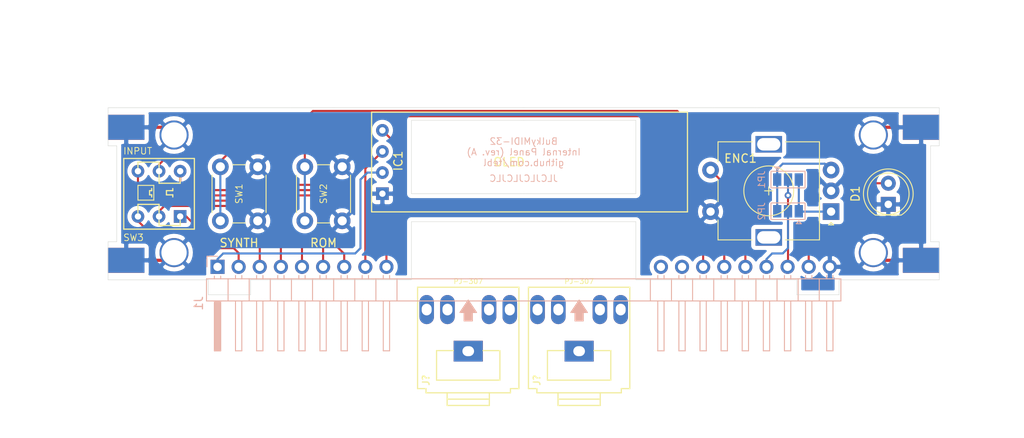
<source format=kicad_pcb>
(kicad_pcb (version 20171130) (host pcbnew "(5.1.8)-1")

  (general
    (thickness 1.6)
    (drawings 50)
    (tracks 119)
    (zones 0)
    (modules 19)
    (nets 19)
  )

  (page A4)
  (layers
    (0 F.Cu signal)
    (31 B.Cu signal)
    (32 B.Adhes user)
    (33 F.Adhes user)
    (34 B.Paste user)
    (35 F.Paste user)
    (36 B.SilkS user)
    (37 F.SilkS user)
    (38 B.Mask user)
    (39 F.Mask user)
    (40 Dwgs.User user)
    (41 Cmts.User user)
    (42 Eco1.User user)
    (43 Eco2.User user)
    (44 Edge.Cuts user)
    (45 Margin user)
    (46 B.CrtYd user)
    (47 F.CrtYd user)
    (48 B.Fab user hide)
    (49 F.Fab user)
  )

  (setup
    (last_trace_width 0.25)
    (trace_clearance 0.2)
    (zone_clearance 0.508)
    (zone_45_only no)
    (trace_min 0.2)
    (via_size 0.8)
    (via_drill 0.4)
    (via_min_size 0.4)
    (via_min_drill 0.3)
    (uvia_size 0.3)
    (uvia_drill 0.1)
    (uvias_allowed no)
    (uvia_min_size 0.2)
    (uvia_min_drill 0.1)
    (edge_width 0.05)
    (segment_width 0.2)
    (pcb_text_width 0.3)
    (pcb_text_size 1.5 1.5)
    (mod_edge_width 0.12)
    (mod_text_size 1 1)
    (mod_text_width 0.15)
    (pad_size 1.524 1.524)
    (pad_drill 0.762)
    (pad_to_mask_clearance 0)
    (aux_axis_origin 0 0)
    (grid_origin 100 100)
    (visible_elements 7FFFFFFF)
    (pcbplotparams
      (layerselection 0x011fc_ffffffff)
      (usegerberextensions true)
      (usegerberattributes false)
      (usegerberadvancedattributes false)
      (creategerberjobfile false)
      (excludeedgelayer true)
      (linewidth 0.100000)
      (plotframeref false)
      (viasonmask false)
      (mode 1)
      (useauxorigin false)
      (hpglpennumber 1)
      (hpglpenspeed 20)
      (hpglpendiameter 15.000000)
      (psnegative false)
      (psa4output false)
      (plotreference true)
      (plotvalue true)
      (plotinvisibletext false)
      (padsonsilk false)
      (subtractmaskfromsilk false)
      (outputformat 1)
      (mirror false)
      (drillshape 0)
      (scaleselection 1)
      (outputdirectory "export/"))
  )

  (net 0 "")
  (net 1 GND)
  (net 2 "Net-(D1-Pad2)")
  (net 3 SW_ENC)
  (net 4 /B)
  (net 5 /A)
  (net 6 SW_UP)
  (net 7 SW_DOWN)
  (net 8 +3V3)
  (net 9 I2C_SCL)
  (net 10 I2C_SDA)
  (net 11 SW_SYNTH)
  (net 12 SW_ROM)
  (net 13 EXT_SINK)
  (net 14 MIDI_SINK)
  (net 15 INT_SINK)
  (net 16 INT_SOURCE)
  (net 17 MIDI_SOURCE)
  (net 18 EXT_SOURCE)

  (net_class Default "This is the default net class."
    (clearance 0.2)
    (trace_width 0.25)
    (via_dia 0.8)
    (via_drill 0.4)
    (uvia_dia 0.3)
    (uvia_drill 0.1)
    (add_net +3V3)
    (add_net /A)
    (add_net /B)
    (add_net EXT_SINK)
    (add_net EXT_SOURCE)
    (add_net I2C_SCL)
    (add_net I2C_SDA)
    (add_net INT_SINK)
    (add_net INT_SOURCE)
    (add_net MIDI_SINK)
    (add_net MIDI_SOURCE)
    (add_net "Net-(D1-Pad2)")
    (add_net SW_DOWN)
    (add_net SW_ENC)
    (add_net SW_ROM)
    (add_net SW_SYNTH)
    (add_net SW_UP)
  )

  (net_class PWR ""
    (clearance 0.2)
    (trace_width 0.381)
    (via_dia 0.8)
    (via_drill 0.4)
    (uvia_dia 0.3)
    (uvia_drill 0.1)
    (add_net GND)
  )

  (module audio_jack:PJ-307 locked (layer F.Cu) (tedit 63D86DA4) (tstamp 63DA6A1A)
    (at 144.08 106.985 180)
    (fp_text reference J? (at 5.08 -5.08 90 unlocked) (layer F.SilkS)
      (effects (font (size 0.8 0.8) (thickness 0.15)))
    )
    (fp_text value PJ-307 (at 0 6.804) (layer F.SilkS)
      (effects (font (size 0.6 0.6) (thickness 0.1)))
    )
    (fp_line (start -1.778 -1.524) (end -3.81 -1.524) (layer F.SilkS) (width 0.15))
    (fp_line (start -3.81 -1.524) (end -3.81 -5.08) (layer F.SilkS) (width 0.15))
    (fp_line (start -3.81 -5.08) (end 3.81 -5.08) (layer F.SilkS) (width 0.15))
    (fp_line (start 3.81 -5.08) (end 3.81 -1.524) (layer F.SilkS) (width 0.15))
    (fp_line (start 3.81 -1.524) (end 1.778 -1.524) (layer F.SilkS) (width 0.15))
    (fp_line (start -5.08 -6.096) (end -6.096 -6.096) (layer F.SilkS) (width 0.15))
    (fp_line (start 6.096 -6.096) (end 5.08 -6.096) (layer F.SilkS) (width 0.15))
    (fp_line (start -2.54 -8.128) (end -2.54 -6.604) (layer F.SilkS) (width 0.15))
    (fp_line (start 2.54 -6.604) (end 2.54 -8.128) (layer F.SilkS) (width 0.15))
    (fp_line (start -2.54 -7.366) (end 2.54 -7.366) (layer F.SilkS) (width 0.15))
    (fp_line (start -5.08 -6.096) (end -5.08 -6.35) (layer F.SilkS) (width 0.15))
    (fp_line (start -5.08 -6.35) (end -5.08 -6.604) (layer F.SilkS) (width 0.15))
    (fp_line (start -5.08 -6.604) (end 5.08 -6.604) (layer F.SilkS) (width 0.15))
    (fp_line (start 5.08 -6.604) (end 5.08 -6.096) (layer F.SilkS) (width 0.15))
    (fp_line (start -2.54 -8.128) (end 2.54 -8.128) (layer F.SilkS) (width 0.15))
    (fp_line (start -6.096 6.096) (end -6.096 -6.096) (layer F.SilkS) (width 0.15))
    (fp_line (start 6.096 -6.096) (end 6.096 6.096) (layer F.SilkS) (width 0.15))
    (fp_line (start 6.096 6.096) (end -6.096 6.096) (layer F.SilkS) (width 0.15))
    (fp_poly (pts (xy 0.508 3.048) (xy 1.016 3.048) (xy 0 4.572) (xy -1.016 3.048)
      (xy -0.508 3.048) (xy -0.508 2.032) (xy 0.508 2.032)) (layer B.SilkS) (width 0.1))
    (pad 4 thru_hole oval (at -2.5 3.41 180) (size 1.75 3.5) (drill oval 1.2 1.4) (layers *.Cu *.Mask))
    (pad 3 thru_hole oval (at 2.5 3.41 180) (size 1.75 3.5) (drill oval 1.2 1.4) (layers *.Cu *.Mask))
    (pad 5 thru_hole oval (at -5 3.41 180) (size 1.75 3.5) (drill oval 1.2 1.4) (layers *.Cu *.Mask))
    (pad 2 thru_hole oval (at 5 3.41 180) (size 1.75 3.5) (drill oval 1.2 1.4) (layers *.Cu *.Mask))
    (pad 1 thru_hole rect (at 0 -1.596 180) (size 3.5 2.5) (drill oval 1.4 1.2) (layers *.Cu *.Mask))
  )

  (module audio_jack:PJ-307 locked (layer F.Cu) (tedit 63D86DA4) (tstamp 63DA6A37)
    (at 157.42 106.985 180)
    (fp_text reference J? (at 5.08 -5.08 90 unlocked) (layer F.SilkS)
      (effects (font (size 0.8 0.8) (thickness 0.15)))
    )
    (fp_text value PJ-307 (at 0 6.804) (layer F.SilkS)
      (effects (font (size 0.6 0.6) (thickness 0.1)))
    )
    (fp_line (start -1.778 -1.524) (end -3.81 -1.524) (layer F.SilkS) (width 0.15))
    (fp_line (start -3.81 -1.524) (end -3.81 -5.08) (layer F.SilkS) (width 0.15))
    (fp_line (start -3.81 -5.08) (end 3.81 -5.08) (layer F.SilkS) (width 0.15))
    (fp_line (start 3.81 -5.08) (end 3.81 -1.524) (layer F.SilkS) (width 0.15))
    (fp_line (start 3.81 -1.524) (end 1.778 -1.524) (layer F.SilkS) (width 0.15))
    (fp_line (start -5.08 -6.096) (end -6.096 -6.096) (layer F.SilkS) (width 0.15))
    (fp_line (start 6.096 -6.096) (end 5.08 -6.096) (layer F.SilkS) (width 0.15))
    (fp_line (start -2.54 -8.128) (end -2.54 -6.604) (layer F.SilkS) (width 0.15))
    (fp_line (start 2.54 -6.604) (end 2.54 -8.128) (layer F.SilkS) (width 0.15))
    (fp_line (start -2.54 -7.366) (end 2.54 -7.366) (layer F.SilkS) (width 0.15))
    (fp_line (start -5.08 -6.096) (end -5.08 -6.35) (layer F.SilkS) (width 0.15))
    (fp_line (start -5.08 -6.35) (end -5.08 -6.604) (layer F.SilkS) (width 0.15))
    (fp_line (start -5.08 -6.604) (end 5.08 -6.604) (layer F.SilkS) (width 0.15))
    (fp_line (start 5.08 -6.604) (end 5.08 -6.096) (layer F.SilkS) (width 0.15))
    (fp_line (start -2.54 -8.128) (end 2.54 -8.128) (layer F.SilkS) (width 0.15))
    (fp_line (start -6.096 6.096) (end -6.096 -6.096) (layer F.SilkS) (width 0.15))
    (fp_line (start 6.096 -6.096) (end 6.096 6.096) (layer F.SilkS) (width 0.15))
    (fp_line (start 6.096 6.096) (end -6.096 6.096) (layer F.SilkS) (width 0.15))
    (fp_poly (pts (xy 0.508 3.048) (xy 1.016 3.048) (xy 0 4.572) (xy -1.016 3.048)
      (xy -0.508 3.048) (xy -0.508 2.032) (xy 0.508 2.032)) (layer B.SilkS) (width 0.1))
    (pad 1 thru_hole rect (at 0 -1.596 180) (size 3.5 2.5) (drill oval 1.4 1.2) (layers *.Cu *.Mask))
    (pad 2 thru_hole oval (at 5 3.41 180) (size 1.75 3.5) (drill oval 1.2 1.4) (layers *.Cu *.Mask))
    (pad 5 thru_hole oval (at -5 3.41 180) (size 1.75 3.5) (drill oval 1.2 1.4) (layers *.Cu *.Mask))
    (pad 3 thru_hole oval (at 2.5 3.41 180) (size 1.75 3.5) (drill oval 1.2 1.4) (layers *.Cu *.Mask))
    (pad 4 thru_hole oval (at -2.5 3.41 180) (size 1.75 3.5) (drill oval 1.2 1.4) (layers *.Cu *.Mask))
  )

  (module BulkyMIDI-32:Internal_Panel_Angle locked (layer B.Cu) (tedit 63D9C8E2) (tstamp 63DA8302)
    (at 113.92 98.436 270)
    (descr "Through hole angled pin header, 1x30, 2.54mm pitch, 6mm pin length, single row")
    (tags "Through hole angled pin header THT 1x30 2.54mm single row")
    (path /63DB68AF)
    (fp_text reference J1 (at 4.385 2.27 90) (layer B.SilkS)
      (effects (font (size 1 1) (thickness 0.15)) (justify mirror))
    )
    (fp_text value "Front Panel" (at 4.385 -75.93 90) (layer B.Fab)
      (effects (font (size 1 1) (thickness 0.15)) (justify mirror))
    )
    (fp_line (start 2.135 1.27) (end 4.04 1.27) (layer B.Fab) (width 0.1))
    (fp_line (start 4.04 -74.93) (end 1.5 -74.93) (layer B.Fab) (width 0.1))
    (fp_line (start 1.5 -74.93) (end 1.5 0.635) (layer B.Fab) (width 0.1))
    (fp_line (start 1.5 0.635) (end 2.135 1.27) (layer B.Fab) (width 0.1))
    (fp_line (start -0.32 0.32) (end 1.5 0.32) (layer B.Fab) (width 0.1))
    (fp_line (start -0.32 0.32) (end -0.32 -0.32) (layer B.Fab) (width 0.1))
    (fp_line (start -0.32 -0.32) (end 1.5 -0.32) (layer B.Fab) (width 0.1))
    (fp_line (start 4.04 0.32) (end 10.04 0.32) (layer B.Fab) (width 0.1))
    (fp_line (start 10.04 0.32) (end 10.04 -0.32) (layer B.Fab) (width 0.1))
    (fp_line (start 4.04 -0.32) (end 10.04 -0.32) (layer B.Fab) (width 0.1))
    (fp_line (start -0.32 -2.22) (end 1.5 -2.22) (layer B.Fab) (width 0.1))
    (fp_line (start -0.32 -2.22) (end -0.32 -2.86) (layer B.Fab) (width 0.1))
    (fp_line (start -0.32 -2.86) (end 1.5 -2.86) (layer B.Fab) (width 0.1))
    (fp_line (start 4.04 -2.22) (end 10.04 -2.22) (layer B.Fab) (width 0.1))
    (fp_line (start 10.04 -2.22) (end 10.04 -2.86) (layer B.Fab) (width 0.1))
    (fp_line (start 4.04 -2.86) (end 10.04 -2.86) (layer B.Fab) (width 0.1))
    (fp_line (start -0.32 -4.76) (end 1.5 -4.76) (layer B.Fab) (width 0.1))
    (fp_line (start -0.32 -4.76) (end -0.32 -5.4) (layer B.Fab) (width 0.1))
    (fp_line (start -0.32 -5.4) (end 1.5 -5.4) (layer B.Fab) (width 0.1))
    (fp_line (start 4.04 -4.76) (end 10.04 -4.76) (layer B.Fab) (width 0.1))
    (fp_line (start 10.04 -4.76) (end 10.04 -5.4) (layer B.Fab) (width 0.1))
    (fp_line (start 4.04 -5.4) (end 10.04 -5.4) (layer B.Fab) (width 0.1))
    (fp_line (start -0.32 -7.3) (end 1.5 -7.3) (layer B.Fab) (width 0.1))
    (fp_line (start -0.32 -7.3) (end -0.32 -7.94) (layer B.Fab) (width 0.1))
    (fp_line (start -0.32 -7.94) (end 1.5 -7.94) (layer B.Fab) (width 0.1))
    (fp_line (start 4.04 -7.3) (end 10.04 -7.3) (layer B.Fab) (width 0.1))
    (fp_line (start 10.04 -7.3) (end 10.04 -7.94) (layer B.Fab) (width 0.1))
    (fp_line (start 4.04 -7.94) (end 10.04 -7.94) (layer B.Fab) (width 0.1))
    (fp_line (start -0.32 -9.84) (end 1.5 -9.84) (layer B.Fab) (width 0.1))
    (fp_line (start -0.32 -9.84) (end -0.32 -10.48) (layer B.Fab) (width 0.1))
    (fp_line (start -0.32 -10.48) (end 1.5 -10.48) (layer B.Fab) (width 0.1))
    (fp_line (start 4.04 -9.84) (end 10.04 -9.84) (layer B.Fab) (width 0.1))
    (fp_line (start 10.04 -9.84) (end 10.04 -10.48) (layer B.Fab) (width 0.1))
    (fp_line (start 4.04 -10.48) (end 10.04 -10.48) (layer B.Fab) (width 0.1))
    (fp_line (start -0.32 -12.38) (end 1.5 -12.38) (layer B.Fab) (width 0.1))
    (fp_line (start -0.32 -12.38) (end -0.32 -13.02) (layer B.Fab) (width 0.1))
    (fp_line (start -0.32 -13.02) (end 1.5 -13.02) (layer B.Fab) (width 0.1))
    (fp_line (start 4.04 -12.38) (end 10.04 -12.38) (layer B.Fab) (width 0.1))
    (fp_line (start 10.04 -12.38) (end 10.04 -13.02) (layer B.Fab) (width 0.1))
    (fp_line (start 4.04 -13.02) (end 10.04 -13.02) (layer B.Fab) (width 0.1))
    (fp_line (start -0.32 -14.92) (end 1.5 -14.92) (layer B.Fab) (width 0.1))
    (fp_line (start -0.32 -14.92) (end -0.32 -15.56) (layer B.Fab) (width 0.1))
    (fp_line (start -0.32 -15.56) (end 1.5 -15.56) (layer B.Fab) (width 0.1))
    (fp_line (start 4.04 -14.92) (end 10.04 -14.92) (layer B.Fab) (width 0.1))
    (fp_line (start 10.04 -14.92) (end 10.04 -15.56) (layer B.Fab) (width 0.1))
    (fp_line (start 4.04 -15.56) (end 10.04 -15.56) (layer B.Fab) (width 0.1))
    (fp_line (start -0.32 -17.46) (end 1.5 -17.46) (layer B.Fab) (width 0.1))
    (fp_line (start -0.32 -17.46) (end -0.32 -18.1) (layer B.Fab) (width 0.1))
    (fp_line (start -0.32 -18.1) (end 1.5 -18.1) (layer B.Fab) (width 0.1))
    (fp_line (start 4.04 -17.46) (end 10.04 -17.46) (layer B.Fab) (width 0.1))
    (fp_line (start 10.04 -17.46) (end 10.04 -18.1) (layer B.Fab) (width 0.1))
    (fp_line (start 4.04 -18.1) (end 10.04 -18.1) (layer B.Fab) (width 0.1))
    (fp_line (start -0.32 -20) (end 1.5 -20) (layer B.Fab) (width 0.1))
    (fp_line (start -0.32 -20) (end -0.32 -20.64) (layer B.Fab) (width 0.1))
    (fp_line (start -0.32 -20.64) (end 1.5 -20.64) (layer B.Fab) (width 0.1))
    (fp_line (start 4.04 -20) (end 10.04 -20) (layer B.Fab) (width 0.1))
    (fp_line (start 10.04 -20) (end 10.04 -20.64) (layer B.Fab) (width 0.1))
    (fp_line (start 4.04 -20.64) (end 10.04 -20.64) (layer B.Fab) (width 0.1))
    (fp_line (start -0.32 -53.02) (end 1.5 -53.02) (layer B.Fab) (width 0.1))
    (fp_line (start -0.32 -53.02) (end -0.32 -53.66) (layer B.Fab) (width 0.1))
    (fp_line (start -0.32 -53.66) (end 1.5 -53.66) (layer B.Fab) (width 0.1))
    (fp_line (start 4.04 -53.02) (end 10.04 -53.02) (layer B.Fab) (width 0.1))
    (fp_line (start 10.04 -53.02) (end 10.04 -53.66) (layer B.Fab) (width 0.1))
    (fp_line (start 4.04 -53.66) (end 10.04 -53.66) (layer B.Fab) (width 0.1))
    (fp_line (start -0.32 -55.56) (end 1.5 -55.56) (layer B.Fab) (width 0.1))
    (fp_line (start -0.32 -55.56) (end -0.32 -56.2) (layer B.Fab) (width 0.1))
    (fp_line (start -0.32 -56.2) (end 1.5 -56.2) (layer B.Fab) (width 0.1))
    (fp_line (start 4.04 -55.56) (end 10.04 -55.56) (layer B.Fab) (width 0.1))
    (fp_line (start 10.04 -55.56) (end 10.04 -56.2) (layer B.Fab) (width 0.1))
    (fp_line (start 4.04 -56.2) (end 10.04 -56.2) (layer B.Fab) (width 0.1))
    (fp_line (start -0.32 -58.1) (end 1.5 -58.1) (layer B.Fab) (width 0.1))
    (fp_line (start -0.32 -58.1) (end -0.32 -58.74) (layer B.Fab) (width 0.1))
    (fp_line (start -0.32 -58.74) (end 1.5 -58.74) (layer B.Fab) (width 0.1))
    (fp_line (start 4.04 -58.1) (end 10.04 -58.1) (layer B.Fab) (width 0.1))
    (fp_line (start 10.04 -58.1) (end 10.04 -58.74) (layer B.Fab) (width 0.1))
    (fp_line (start 4.04 -58.74) (end 10.04 -58.74) (layer B.Fab) (width 0.1))
    (fp_line (start -0.32 -60.64) (end 1.5 -60.64) (layer B.Fab) (width 0.1))
    (fp_line (start -0.32 -60.64) (end -0.32 -61.28) (layer B.Fab) (width 0.1))
    (fp_line (start -0.32 -61.28) (end 1.5 -61.28) (layer B.Fab) (width 0.1))
    (fp_line (start 4.04 -60.64) (end 10.04 -60.64) (layer B.Fab) (width 0.1))
    (fp_line (start 10.04 -60.64) (end 10.04 -61.28) (layer B.Fab) (width 0.1))
    (fp_line (start 4.04 -61.28) (end 10.04 -61.28) (layer B.Fab) (width 0.1))
    (fp_line (start -0.32 -63.18) (end 1.5 -63.18) (layer B.Fab) (width 0.1))
    (fp_line (start -0.32 -63.18) (end -0.32 -63.82) (layer B.Fab) (width 0.1))
    (fp_line (start -0.32 -63.82) (end 1.5 -63.82) (layer B.Fab) (width 0.1))
    (fp_line (start 4.04 -63.18) (end 10.04 -63.18) (layer B.Fab) (width 0.1))
    (fp_line (start 10.04 -63.18) (end 10.04 -63.82) (layer B.Fab) (width 0.1))
    (fp_line (start 4.04 -63.82) (end 10.04 -63.82) (layer B.Fab) (width 0.1))
    (fp_line (start -0.32 -65.72) (end 1.5 -65.72) (layer B.Fab) (width 0.1))
    (fp_line (start -0.32 -65.72) (end -0.32 -66.36) (layer B.Fab) (width 0.1))
    (fp_line (start -0.32 -66.36) (end 1.5 -66.36) (layer B.Fab) (width 0.1))
    (fp_line (start 4.04 -65.72) (end 10.04 -65.72) (layer B.Fab) (width 0.1))
    (fp_line (start 10.04 -65.72) (end 10.04 -66.36) (layer B.Fab) (width 0.1))
    (fp_line (start 4.04 -66.36) (end 10.04 -66.36) (layer B.Fab) (width 0.1))
    (fp_line (start -0.32 -68.26) (end 1.5 -68.26) (layer B.Fab) (width 0.1))
    (fp_line (start -0.32 -68.26) (end -0.32 -68.9) (layer B.Fab) (width 0.1))
    (fp_line (start -0.32 -68.9) (end 1.5 -68.9) (layer B.Fab) (width 0.1))
    (fp_line (start 4.04 -68.26) (end 10.04 -68.26) (layer B.Fab) (width 0.1))
    (fp_line (start 10.04 -68.26) (end 10.04 -68.9) (layer B.Fab) (width 0.1))
    (fp_line (start 4.04 -68.9) (end 10.04 -68.9) (layer B.Fab) (width 0.1))
    (fp_line (start -0.32 -70.8) (end 1.5 -70.8) (layer B.Fab) (width 0.1))
    (fp_line (start -0.32 -70.8) (end -0.32 -71.44) (layer B.Fab) (width 0.1))
    (fp_line (start -0.32 -71.44) (end 1.5 -71.44) (layer B.Fab) (width 0.1))
    (fp_line (start 4.04 -70.8) (end 10.04 -70.8) (layer B.Fab) (width 0.1))
    (fp_line (start 10.04 -70.8) (end 10.04 -71.44) (layer B.Fab) (width 0.1))
    (fp_line (start 4.04 -71.44) (end 10.04 -71.44) (layer B.Fab) (width 0.1))
    (fp_line (start -0.32 -73.34) (end 1.5 -73.34) (layer B.Fab) (width 0.1))
    (fp_line (start -0.32 -73.34) (end -0.32 -73.98) (layer B.Fab) (width 0.1))
    (fp_line (start -0.32 -73.98) (end 1.5 -73.98) (layer B.Fab) (width 0.1))
    (fp_line (start 4.04 -73.34) (end 10.04 -73.34) (layer B.Fab) (width 0.1))
    (fp_line (start 10.04 -73.34) (end 10.04 -73.98) (layer B.Fab) (width 0.1))
    (fp_line (start 4.04 -73.98) (end 10.04 -73.98) (layer B.Fab) (width 0.1))
    (fp_line (start 1.44 1.33) (end 1.44 -74.99) (layer B.SilkS) (width 0.12))
    (fp_line (start 1.44 -74.99) (end 4.1 -74.99) (layer B.SilkS) (width 0.12))
    (fp_line (start 4.1 -74.99) (end 4.1 1.33) (layer B.SilkS) (width 0.12))
    (fp_line (start 4.1 1.33) (end 1.44 1.33) (layer B.SilkS) (width 0.12))
    (fp_line (start 4.1 0.38) (end 10.1 0.38) (layer B.SilkS) (width 0.12))
    (fp_line (start 10.1 0.38) (end 10.1 -0.38) (layer B.SilkS) (width 0.12))
    (fp_line (start 10.1 -0.38) (end 4.1 -0.38) (layer B.SilkS) (width 0.12))
    (fp_line (start 4.1 0.32) (end 10.1 0.32) (layer B.SilkS) (width 0.12))
    (fp_line (start 4.1 0.2) (end 10.1 0.2) (layer B.SilkS) (width 0.12))
    (fp_line (start 4.1 0.08) (end 10.1 0.08) (layer B.SilkS) (width 0.12))
    (fp_line (start 4.1 -0.04) (end 10.1 -0.04) (layer B.SilkS) (width 0.12))
    (fp_line (start 4.1 -0.16) (end 10.1 -0.16) (layer B.SilkS) (width 0.12))
    (fp_line (start 4.1 -0.28) (end 10.1 -0.28) (layer B.SilkS) (width 0.12))
    (fp_line (start 1.11 0.38) (end 1.44 0.38) (layer B.SilkS) (width 0.12))
    (fp_line (start 1.11 -0.38) (end 1.44 -0.38) (layer B.SilkS) (width 0.12))
    (fp_line (start 1.44 -1.27) (end 4.1 -1.27) (layer B.SilkS) (width 0.12))
    (fp_line (start 4.1 -2.16) (end 10.1 -2.16) (layer B.SilkS) (width 0.12))
    (fp_line (start 10.1 -2.16) (end 10.1 -2.92) (layer B.SilkS) (width 0.12))
    (fp_line (start 10.1 -2.92) (end 4.1 -2.92) (layer B.SilkS) (width 0.12))
    (fp_line (start 1.042929 -2.16) (end 1.44 -2.16) (layer B.SilkS) (width 0.12))
    (fp_line (start 1.042929 -2.92) (end 1.44 -2.92) (layer B.SilkS) (width 0.12))
    (fp_line (start 1.44 -3.81) (end 4.1 -3.81) (layer B.SilkS) (width 0.12))
    (fp_line (start 4.1 -4.7) (end 10.1 -4.7) (layer B.SilkS) (width 0.12))
    (fp_line (start 10.1 -4.7) (end 10.1 -5.46) (layer B.SilkS) (width 0.12))
    (fp_line (start 10.1 -5.46) (end 4.1 -5.46) (layer B.SilkS) (width 0.12))
    (fp_line (start 1.042929 -4.7) (end 1.44 -4.7) (layer B.SilkS) (width 0.12))
    (fp_line (start 1.042929 -5.46) (end 1.44 -5.46) (layer B.SilkS) (width 0.12))
    (fp_line (start 1.44 -6.35) (end 4.1 -6.35) (layer B.SilkS) (width 0.12))
    (fp_line (start 4.1 -7.24) (end 10.1 -7.24) (layer B.SilkS) (width 0.12))
    (fp_line (start 10.1 -7.24) (end 10.1 -8) (layer B.SilkS) (width 0.12))
    (fp_line (start 10.1 -8) (end 4.1 -8) (layer B.SilkS) (width 0.12))
    (fp_line (start 1.042929 -7.24) (end 1.44 -7.24) (layer B.SilkS) (width 0.12))
    (fp_line (start 1.042929 -8) (end 1.44 -8) (layer B.SilkS) (width 0.12))
    (fp_line (start 1.44 -8.89) (end 4.1 -8.89) (layer B.SilkS) (width 0.12))
    (fp_line (start 4.1 -9.78) (end 10.1 -9.78) (layer B.SilkS) (width 0.12))
    (fp_line (start 10.1 -9.78) (end 10.1 -10.54) (layer B.SilkS) (width 0.12))
    (fp_line (start 10.1 -10.54) (end 4.1 -10.54) (layer B.SilkS) (width 0.12))
    (fp_line (start 1.042929 -9.78) (end 1.44 -9.78) (layer B.SilkS) (width 0.12))
    (fp_line (start 1.042929 -10.54) (end 1.44 -10.54) (layer B.SilkS) (width 0.12))
    (fp_line (start 1.44 -11.43) (end 4.1 -11.43) (layer B.SilkS) (width 0.12))
    (fp_line (start 4.1 -12.32) (end 10.1 -12.32) (layer B.SilkS) (width 0.12))
    (fp_line (start 10.1 -12.32) (end 10.1 -13.08) (layer B.SilkS) (width 0.12))
    (fp_line (start 10.1 -13.08) (end 4.1 -13.08) (layer B.SilkS) (width 0.12))
    (fp_line (start 1.042929 -12.32) (end 1.44 -12.32) (layer B.SilkS) (width 0.12))
    (fp_line (start 1.042929 -13.08) (end 1.44 -13.08) (layer B.SilkS) (width 0.12))
    (fp_line (start 1.44 -13.97) (end 4.1 -13.97) (layer B.SilkS) (width 0.12))
    (fp_line (start 4.1 -14.86) (end 10.1 -14.86) (layer B.SilkS) (width 0.12))
    (fp_line (start 10.1 -14.86) (end 10.1 -15.62) (layer B.SilkS) (width 0.12))
    (fp_line (start 10.1 -15.62) (end 4.1 -15.62) (layer B.SilkS) (width 0.12))
    (fp_line (start 1.042929 -14.86) (end 1.44 -14.86) (layer B.SilkS) (width 0.12))
    (fp_line (start 1.042929 -15.62) (end 1.44 -15.62) (layer B.SilkS) (width 0.12))
    (fp_line (start 1.44 -16.51) (end 4.1 -16.51) (layer B.SilkS) (width 0.12))
    (fp_line (start 4.1 -17.4) (end 10.1 -17.4) (layer B.SilkS) (width 0.12))
    (fp_line (start 10.1 -17.4) (end 10.1 -18.16) (layer B.SilkS) (width 0.12))
    (fp_line (start 10.1 -18.16) (end 4.1 -18.16) (layer B.SilkS) (width 0.12))
    (fp_line (start 1.042929 -17.4) (end 1.44 -17.4) (layer B.SilkS) (width 0.12))
    (fp_line (start 1.042929 -18.16) (end 1.44 -18.16) (layer B.SilkS) (width 0.12))
    (fp_line (start 1.44 -19.05) (end 4.1 -19.05) (layer B.SilkS) (width 0.12))
    (fp_line (start 4.1 -19.94) (end 10.1 -19.94) (layer B.SilkS) (width 0.12))
    (fp_line (start 10.1 -19.94) (end 10.1 -20.7) (layer B.SilkS) (width 0.12))
    (fp_line (start 10.1 -20.7) (end 4.1 -20.7) (layer B.SilkS) (width 0.12))
    (fp_line (start 1.042929 -19.94) (end 1.44 -19.94) (layer B.SilkS) (width 0.12))
    (fp_line (start 1.042929 -20.7) (end 1.44 -20.7) (layer B.SilkS) (width 0.12))
    (fp_line (start 1.44 -21.59) (end 4.1 -21.59) (layer B.SilkS) (width 0.12))
    (fp_line (start 1.44 -52.07) (end 4.1 -52.07) (layer B.SilkS) (width 0.12))
    (fp_line (start 4.1 -52.96) (end 10.1 -52.96) (layer B.SilkS) (width 0.12))
    (fp_line (start 10.1 -52.96) (end 10.1 -53.72) (layer B.SilkS) (width 0.12))
    (fp_line (start 10.1 -53.72) (end 4.1 -53.72) (layer B.SilkS) (width 0.12))
    (fp_line (start 1.042929 -52.96) (end 1.44 -52.96) (layer B.SilkS) (width 0.12))
    (fp_line (start 1.042929 -53.72) (end 1.44 -53.72) (layer B.SilkS) (width 0.12))
    (fp_line (start 1.44 -54.61) (end 4.1 -54.61) (layer B.SilkS) (width 0.12))
    (fp_line (start 4.1 -55.5) (end 10.1 -55.5) (layer B.SilkS) (width 0.12))
    (fp_line (start 10.1 -55.5) (end 10.1 -56.26) (layer B.SilkS) (width 0.12))
    (fp_line (start 10.1 -56.26) (end 4.1 -56.26) (layer B.SilkS) (width 0.12))
    (fp_line (start 1.042929 -55.5) (end 1.44 -55.5) (layer B.SilkS) (width 0.12))
    (fp_line (start 1.042929 -56.26) (end 1.44 -56.26) (layer B.SilkS) (width 0.12))
    (fp_line (start 1.44 -57.15) (end 4.1 -57.15) (layer B.SilkS) (width 0.12))
    (fp_line (start 4.1 -58.04) (end 10.1 -58.04) (layer B.SilkS) (width 0.12))
    (fp_line (start 10.1 -58.04) (end 10.1 -58.8) (layer B.SilkS) (width 0.12))
    (fp_line (start 10.1 -58.8) (end 4.1 -58.8) (layer B.SilkS) (width 0.12))
    (fp_line (start 1.042929 -58.04) (end 1.44 -58.04) (layer B.SilkS) (width 0.12))
    (fp_line (start 1.042929 -58.8) (end 1.44 -58.8) (layer B.SilkS) (width 0.12))
    (fp_line (start 1.44 -59.69) (end 4.1 -59.69) (layer B.SilkS) (width 0.12))
    (fp_line (start 4.1 -60.58) (end 10.1 -60.58) (layer B.SilkS) (width 0.12))
    (fp_line (start 10.1 -60.58) (end 10.1 -61.34) (layer B.SilkS) (width 0.12))
    (fp_line (start 10.1 -61.34) (end 4.1 -61.34) (layer B.SilkS) (width 0.12))
    (fp_line (start 1.042929 -60.58) (end 1.44 -60.58) (layer B.SilkS) (width 0.12))
    (fp_line (start 1.042929 -61.34) (end 1.44 -61.34) (layer B.SilkS) (width 0.12))
    (fp_line (start 1.44 -62.23) (end 4.1 -62.23) (layer B.SilkS) (width 0.12))
    (fp_line (start 4.1 -63.12) (end 10.1 -63.12) (layer B.SilkS) (width 0.12))
    (fp_line (start 10.1 -63.12) (end 10.1 -63.88) (layer B.SilkS) (width 0.12))
    (fp_line (start 10.1 -63.88) (end 4.1 -63.88) (layer B.SilkS) (width 0.12))
    (fp_line (start 1.042929 -63.12) (end 1.44 -63.12) (layer B.SilkS) (width 0.12))
    (fp_line (start 1.042929 -63.88) (end 1.44 -63.88) (layer B.SilkS) (width 0.12))
    (fp_line (start 1.44 -64.77) (end 4.1 -64.77) (layer B.SilkS) (width 0.12))
    (fp_line (start 4.1 -65.66) (end 10.1 -65.66) (layer B.SilkS) (width 0.12))
    (fp_line (start 10.1 -65.66) (end 10.1 -66.42) (layer B.SilkS) (width 0.12))
    (fp_line (start 10.1 -66.42) (end 4.1 -66.42) (layer B.SilkS) (width 0.12))
    (fp_line (start 1.042929 -65.66) (end 1.44 -65.66) (layer B.SilkS) (width 0.12))
    (fp_line (start 1.042929 -66.42) (end 1.44 -66.42) (layer B.SilkS) (width 0.12))
    (fp_line (start 1.44 -67.31) (end 4.1 -67.31) (layer B.SilkS) (width 0.12))
    (fp_line (start 4.1 -68.2) (end 10.1 -68.2) (layer B.SilkS) (width 0.12))
    (fp_line (start 10.1 -68.2) (end 10.1 -68.96) (layer B.SilkS) (width 0.12))
    (fp_line (start 10.1 -68.96) (end 4.1 -68.96) (layer B.SilkS) (width 0.12))
    (fp_line (start 1.042929 -68.2) (end 1.44 -68.2) (layer B.SilkS) (width 0.12))
    (fp_line (start 1.042929 -68.96) (end 1.44 -68.96) (layer B.SilkS) (width 0.12))
    (fp_line (start 1.44 -69.85) (end 4.1 -69.85) (layer B.SilkS) (width 0.12))
    (fp_line (start 4.1 -70.74) (end 10.1 -70.74) (layer B.SilkS) (width 0.12))
    (fp_line (start 10.1 -70.74) (end 10.1 -71.5) (layer B.SilkS) (width 0.12))
    (fp_line (start 10.1 -71.5) (end 4.1 -71.5) (layer B.SilkS) (width 0.12))
    (fp_line (start 1.042929 -70.74) (end 1.44 -70.74) (layer B.SilkS) (width 0.12))
    (fp_line (start 1.042929 -71.5) (end 1.44 -71.5) (layer B.SilkS) (width 0.12))
    (fp_line (start 1.44 -72.39) (end 4.1 -72.39) (layer B.SilkS) (width 0.12))
    (fp_line (start 4.1 -73.28) (end 10.1 -73.28) (layer B.SilkS) (width 0.12))
    (fp_line (start 10.1 -73.28) (end 10.1 -74.04) (layer B.SilkS) (width 0.12))
    (fp_line (start 10.1 -74.04) (end 4.1 -74.04) (layer B.SilkS) (width 0.12))
    (fp_line (start 1.042929 -73.28) (end 1.44 -73.28) (layer B.SilkS) (width 0.12))
    (fp_line (start 1.042929 -74.04) (end 1.44 -74.04) (layer B.SilkS) (width 0.12))
    (fp_line (start -1.27 0) (end -1.27 1.27) (layer B.SilkS) (width 0.12))
    (fp_line (start -1.27 1.27) (end 0 1.27) (layer B.SilkS) (width 0.12))
    (fp_line (start -1.8 1.8) (end -1.8 -75.45) (layer B.CrtYd) (width 0.05))
    (fp_line (start -1.8 -75.45) (end 10.55 -75.45) (layer B.CrtYd) (width 0.05))
    (fp_line (start 10.55 1.8) (end -1.8 1.8) (layer B.CrtYd) (width 0.05))
    (fp_text user %R (at 2.77 -36.83 180) (layer B.Fab)
      (effects (font (size 1 1) (thickness 0.15)) (justify mirror))
    )
    (pad 30 thru_hole oval (at 0 -73.66 270) (size 1.7 1.7) (drill 1) (layers *.Cu *.Mask)
      (net 1 GND))
    (pad 29 thru_hole oval (at 0 -71.12 270) (size 1.7 1.7) (drill 1) (layers *.Cu *.Mask)
      (net 2 "Net-(D1-Pad2)"))
    (pad 28 thru_hole oval (at 0 -68.58 270) (size 1.7 1.7) (drill 1) (layers *.Cu *.Mask)
      (net 7 SW_DOWN))
    (pad 27 thru_hole oval (at 0 -66.04 270) (size 1.7 1.7) (drill 1) (layers *.Cu *.Mask)
      (net 6 SW_UP))
    (pad 26 thru_hole oval (at 0 -63.5 270) (size 1.7 1.7) (drill 1) (layers *.Cu *.Mask)
      (net 3 SW_ENC))
    (pad 25 thru_hole oval (at 0 -60.96 270) (size 1.7 1.7) (drill 1) (layers *.Cu *.Mask)
      (net 12 SW_ROM))
    (pad 24 thru_hole oval (at 0 -58.42 270) (size 1.7 1.7) (drill 1) (layers *.Cu *.Mask)
      (net 11 SW_SYNTH))
    (pad 23 thru_hole oval (at 0 -55.88 270) (size 1.7 1.7) (drill 1) (layers *.Cu *.Mask))
    (pad 22 thru_hole oval (at 0 -53.34 270) (size 1.7 1.7) (drill 1) (layers *.Cu *.Mask))
    (pad 9 thru_hole oval (at 0 -20.32 270) (size 1.7 1.7) (drill 1) (layers *.Cu *.Mask)
      (net 10 I2C_SDA))
    (pad 8 thru_hole oval (at 0 -17.78 270) (size 1.7 1.7) (drill 1) (layers *.Cu *.Mask)
      (net 9 I2C_SCL))
    (pad 7 thru_hole oval (at 0 -15.24 270) (size 1.7 1.7) (drill 1) (layers *.Cu *.Mask)
      (net 17 MIDI_SOURCE))
    (pad 6 thru_hole oval (at 0 -12.7 270) (size 1.7 1.7) (drill 1) (layers *.Cu *.Mask)
      (net 16 INT_SOURCE))
    (pad 5 thru_hole oval (at 0 -10.16 270) (size 1.7 1.7) (drill 1) (layers *.Cu *.Mask)
      (net 18 EXT_SOURCE))
    (pad 4 thru_hole oval (at 0 -7.62 270) (size 1.7 1.7) (drill 1) (layers *.Cu *.Mask)
      (net 14 MIDI_SINK))
    (pad 3 thru_hole oval (at 0 -5.08 270) (size 1.7 1.7) (drill 1) (layers *.Cu *.Mask)
      (net 15 INT_SINK))
    (pad 2 thru_hole oval (at 0 -2.54 270) (size 1.7 1.7) (drill 1) (layers *.Cu *.Mask)
      (net 13 EXT_SINK))
    (pad 1 thru_hole rect (at 0 0 270) (size 1.7 1.7) (drill 1) (layers *.Cu *.Mask)
      (net 8 +3V3))
    (model ${KISYS3DMOD}/Connector_PinHeader_2.54mm.3dshapes/PinHeader_1x30_P2.54mm_Horizontal.wrl
      (at (xyz 0 0 0))
      (scale (xyz 1 1 1))
      (rotate (xyz 0 0 0))
    )
  )

  (module switch_cutout:SW_PUSH_6mm (layer F.Cu) (tedit 63D9BD02) (tstamp 63D9CEC6)
    (at 126.67 89.65 90)
    (descr https://www.omron.com/ecb/products/pdf/en-b3f.pdf)
    (tags "tact sw push 6mm")
    (path /62DCCF03)
    (fp_text reference SW2 (at 0 0 90) (layer F.SilkS) hide
      (effects (font (size 0.8 0.8) (thickness 0.1)))
    )
    (fp_text value ROM (at -5.905 0 180) (layer F.SilkS)
      (effects (font (size 1 1) (thickness 0.15)))
    )
    (fp_circle (center 0 0) (end -2 0.25) (layer F.Fab) (width 0.1))
    (fp_line (start 3.5 0.75) (end 3.5 -0.75) (layer F.SilkS) (width 0.12))
    (fp_line (start 2.25 -3.25) (end -2.25 -3.25) (layer F.SilkS) (width 0.12))
    (fp_line (start -3.5 -0.75) (end -3.5 0.75) (layer F.SilkS) (width 0.12))
    (fp_line (start -2.25 3.25) (end 2.25 3.25) (layer F.SilkS) (width 0.12))
    (fp_line (start 4.75 -3.5) (end 4.75 3.5) (layer F.CrtYd) (width 0.05))
    (fp_line (start 4.5 3.75) (end -4.5 3.75) (layer F.CrtYd) (width 0.05))
    (fp_line (start -4.75 3.5) (end -4.75 -3.5) (layer F.CrtYd) (width 0.05))
    (fp_line (start -4.5 -3.75) (end 4.5 -3.75) (layer F.CrtYd) (width 0.05))
    (fp_line (start -4.75 3.75) (end -4.5 3.75) (layer F.CrtYd) (width 0.05))
    (fp_line (start -4.75 3.5) (end -4.75 3.75) (layer F.CrtYd) (width 0.05))
    (fp_line (start -4.75 -3.75) (end -4.5 -3.75) (layer F.CrtYd) (width 0.05))
    (fp_line (start -4.75 -3.5) (end -4.75 -3.75) (layer F.CrtYd) (width 0.05))
    (fp_line (start 4.75 -3.75) (end 4.75 -3.5) (layer F.CrtYd) (width 0.05))
    (fp_line (start 4.5 -3.75) (end 4.75 -3.75) (layer F.CrtYd) (width 0.05))
    (fp_line (start 4.75 3.75) (end 4.75 3.5) (layer F.CrtYd) (width 0.05))
    (fp_line (start 4.5 3.75) (end 4.75 3.75) (layer F.CrtYd) (width 0.05))
    (fp_line (start -3 -3) (end 0 -3) (layer F.Fab) (width 0.1))
    (fp_line (start -3 3) (end -3 -3) (layer F.Fab) (width 0.1))
    (fp_line (start 3 3) (end -3 3) (layer F.Fab) (width 0.1))
    (fp_line (start 3 -3) (end 3 3) (layer F.Fab) (width 0.1))
    (fp_line (start 0 -3) (end 3 -3) (layer F.Fab) (width 0.1))
    (fp_text user %R (at 0 0 90) (layer F.SilkS)
      (effects (font (size 0.8 0.8) (thickness 0.1)))
    )
    (pad 1 thru_hole circle (at 3.25 -2.25 180) (size 2 2) (drill 1.1) (layers *.Cu *.Mask)
      (net 12 SW_ROM))
    (pad 2 thru_hole circle (at 3.25 2.25 180) (size 2 2) (drill 1.1) (layers *.Cu *.Mask)
      (net 1 GND))
    (pad 1 thru_hole circle (at -3.25 -2.25 180) (size 2 2) (drill 1.1) (layers *.Cu *.Mask)
      (net 12 SW_ROM))
    (pad 2 thru_hole circle (at -3.25 2.25 180) (size 2 2) (drill 1.1) (layers *.Cu *.Mask)
      (net 1 GND))
    (model ${KISYS3DMOD}/Button_Switch_THT.3dshapes/SW_PUSH_6mm.wrl
      (offset (xyz -3.25 2.25 0))
      (scale (xyz 1 1 1))
      (rotate (xyz 0 0 0))
    )
  )

  (module switch_cutout:SW_PUSH_6mm (layer F.Cu) (tedit 63D9BD02) (tstamp 63DA52D6)
    (at 116.51 89.65 90)
    (descr https://www.omron.com/ecb/products/pdf/en-b3f.pdf)
    (tags "tact sw push 6mm")
    (path /62DCBDEC)
    (fp_text reference SW1 (at 0 0 90) (layer F.SilkS) hide
      (effects (font (size 0.8 0.8) (thickness 0.1)))
    )
    (fp_text value SYNTH (at -5.905 0 180) (layer F.SilkS)
      (effects (font (size 1 1) (thickness 0.15)))
    )
    (fp_circle (center 0 0) (end -2 0.25) (layer F.Fab) (width 0.1))
    (fp_line (start 3.5 0.75) (end 3.5 -0.75) (layer F.SilkS) (width 0.12))
    (fp_line (start 2.25 -3.25) (end -2.25 -3.25) (layer F.SilkS) (width 0.12))
    (fp_line (start -3.5 -0.75) (end -3.5 0.75) (layer F.SilkS) (width 0.12))
    (fp_line (start -2.25 3.25) (end 2.25 3.25) (layer F.SilkS) (width 0.12))
    (fp_line (start 4.75 -3.5) (end 4.75 3.5) (layer F.CrtYd) (width 0.05))
    (fp_line (start 4.5 3.75) (end -4.5 3.75) (layer F.CrtYd) (width 0.05))
    (fp_line (start -4.75 3.5) (end -4.75 -3.5) (layer F.CrtYd) (width 0.05))
    (fp_line (start -4.5 -3.75) (end 4.5 -3.75) (layer F.CrtYd) (width 0.05))
    (fp_line (start -4.75 3.75) (end -4.5 3.75) (layer F.CrtYd) (width 0.05))
    (fp_line (start -4.75 3.5) (end -4.75 3.75) (layer F.CrtYd) (width 0.05))
    (fp_line (start -4.75 -3.75) (end -4.5 -3.75) (layer F.CrtYd) (width 0.05))
    (fp_line (start -4.75 -3.5) (end -4.75 -3.75) (layer F.CrtYd) (width 0.05))
    (fp_line (start 4.75 -3.75) (end 4.75 -3.5) (layer F.CrtYd) (width 0.05))
    (fp_line (start 4.5 -3.75) (end 4.75 -3.75) (layer F.CrtYd) (width 0.05))
    (fp_line (start 4.75 3.75) (end 4.75 3.5) (layer F.CrtYd) (width 0.05))
    (fp_line (start 4.5 3.75) (end 4.75 3.75) (layer F.CrtYd) (width 0.05))
    (fp_line (start -3 -3) (end 0 -3) (layer F.Fab) (width 0.1))
    (fp_line (start -3 3) (end -3 -3) (layer F.Fab) (width 0.1))
    (fp_line (start 3 3) (end -3 3) (layer F.Fab) (width 0.1))
    (fp_line (start 3 -3) (end 3 3) (layer F.Fab) (width 0.1))
    (fp_line (start 0 -3) (end 3 -3) (layer F.Fab) (width 0.1))
    (fp_text user %R (at 0 0 90) (layer F.SilkS)
      (effects (font (size 0.8 0.8) (thickness 0.1)))
    )
    (pad 1 thru_hole circle (at 3.25 -2.25 180) (size 2 2) (drill 1.1) (layers *.Cu *.Mask)
      (net 11 SW_SYNTH))
    (pad 2 thru_hole circle (at 3.25 2.25 180) (size 2 2) (drill 1.1) (layers *.Cu *.Mask)
      (net 1 GND))
    (pad 1 thru_hole circle (at -3.25 -2.25 180) (size 2 2) (drill 1.1) (layers *.Cu *.Mask)
      (net 11 SW_SYNTH))
    (pad 2 thru_hole circle (at -3.25 2.25 180) (size 2 2) (drill 1.1) (layers *.Cu *.Mask)
      (net 1 GND))
    (model ${KISYS3DMOD}/Button_Switch_THT.3dshapes/SW_PUSH_6mm.wrl
      (offset (xyz -3.25 2.25 0))
      (scale (xyz 1 1 1))
      (rotate (xyz 0 0 0))
    )
  )

  (module Rotary_Encoder:RotaryEncoder_Alps_EC11E-Switch_Vertical_H20mm (layer F.Cu) (tedit 5A74C8CB) (tstamp 63E1A15E)
    (at 187.7325 91.792 180)
    (descr "Alps rotary encoder, EC12E... with switch, vertical shaft, http://www.alps.com/prod/info/E/HTML/Encoder/Incremental/EC11/EC11E15204A3.html")
    (tags "rotary encoder")
    (path /620DA106)
    (fp_text reference ENC1 (at 10.8975 6.397) (layer F.SilkS)
      (effects (font (size 1 1) (thickness 0.15)))
    )
    (fp_text value Rotary_Encoder_Switch (at 7.5 10.4) (layer F.Fab)
      (effects (font (size 1 1) (thickness 0.15)))
    )
    (fp_circle (center 7.5 2.5) (end 10.5 2.5) (layer F.Fab) (width 0.12))
    (fp_circle (center 7.5 2.5) (end 10.5 2.5) (layer F.SilkS) (width 0.12))
    (fp_line (start 16 9.6) (end -1.5 9.6) (layer F.CrtYd) (width 0.05))
    (fp_line (start 16 9.6) (end 16 -4.6) (layer F.CrtYd) (width 0.05))
    (fp_line (start -1.5 -4.6) (end -1.5 9.6) (layer F.CrtYd) (width 0.05))
    (fp_line (start -1.5 -4.6) (end 16 -4.6) (layer F.CrtYd) (width 0.05))
    (fp_line (start 2.5 -3.3) (end 13.5 -3.3) (layer F.Fab) (width 0.12))
    (fp_line (start 13.5 -3.3) (end 13.5 8.3) (layer F.Fab) (width 0.12))
    (fp_line (start 13.5 8.3) (end 1.5 8.3) (layer F.Fab) (width 0.12))
    (fp_line (start 1.5 8.3) (end 1.5 -2.2) (layer F.Fab) (width 0.12))
    (fp_line (start 1.5 -2.2) (end 2.5 -3.3) (layer F.Fab) (width 0.12))
    (fp_line (start 9.5 -3.4) (end 13.6 -3.4) (layer F.SilkS) (width 0.12))
    (fp_line (start 13.6 8.4) (end 9.5 8.4) (layer F.SilkS) (width 0.12))
    (fp_line (start 5.5 8.4) (end 1.4 8.4) (layer F.SilkS) (width 0.12))
    (fp_line (start 5.5 -3.4) (end 1.4 -3.4) (layer F.SilkS) (width 0.12))
    (fp_line (start 1.4 -3.4) (end 1.4 8.4) (layer F.SilkS) (width 0.12))
    (fp_line (start 0 -1.3) (end -0.3 -1.6) (layer F.SilkS) (width 0.12))
    (fp_line (start -0.3 -1.6) (end 0.3 -1.6) (layer F.SilkS) (width 0.12))
    (fp_line (start 0.3 -1.6) (end 0 -1.3) (layer F.SilkS) (width 0.12))
    (fp_line (start 7.5 -0.5) (end 7.5 5.5) (layer F.Fab) (width 0.12))
    (fp_line (start 4.5 2.5) (end 10.5 2.5) (layer F.Fab) (width 0.12))
    (fp_line (start 13.6 -3.4) (end 13.6 -1) (layer F.SilkS) (width 0.12))
    (fp_line (start 13.6 1.2) (end 13.6 3.8) (layer F.SilkS) (width 0.12))
    (fp_line (start 13.6 6) (end 13.6 8.4) (layer F.SilkS) (width 0.12))
    (fp_line (start 7.5 2) (end 7.5 3) (layer F.SilkS) (width 0.12))
    (fp_line (start 7 2.5) (end 8 2.5) (layer F.SilkS) (width 0.12))
    (fp_text user %R (at 11.1 6.3) (layer F.Fab)
      (effects (font (size 1 1) (thickness 0.15)))
    )
    (pad S1 thru_hole circle (at 14.5 5 180) (size 2 2) (drill 1) (layers *.Cu *.Mask)
      (net 3 SW_ENC))
    (pad S2 thru_hole circle (at 14.5 0 180) (size 2 2) (drill 1) (layers *.Cu *.Mask)
      (net 1 GND))
    (pad MP thru_hole rect (at 7.5 8.1 180) (size 3.2 2) (drill oval 2.8 1.5) (layers *.Cu *.Mask))
    (pad MP thru_hole rect (at 7.5 -3.1 180) (size 3.2 2) (drill oval 2.8 1.5) (layers *.Cu *.Mask))
    (pad B thru_hole circle (at 0 5 180) (size 2 2) (drill 1) (layers *.Cu *.Mask)
      (net 4 /B))
    (pad C thru_hole circle (at 0 2.5 180) (size 2 2) (drill 1) (layers *.Cu *.Mask)
      (net 1 GND))
    (pad A thru_hole rect (at 0 0 180) (size 2 2) (drill 1) (layers *.Cu *.Mask)
      (net 5 /A))
    (model ${KISYS3DMOD}/Rotary_Encoder.3dshapes/RotaryEncoder_Alps_EC11E-Switch_Vertical_H20mm.wrl
      (at (xyz 0 0 0))
      (scale (xyz 1 1 1))
      (rotate (xyz 0 0 0))
    )
  )

  (module Jumper:SolderJumper-3_P1.3mm_Open_Pad1.0x1.5mm (layer B.Cu) (tedit 5A3F8BB2) (tstamp 63DA4AB9)
    (at 182.55 87.935)
    (descr "SMD Solder 3-pad Jumper, 1x1.5mm Pads, 0.3mm gap, open")
    (tags "solder jumper open")
    (path /620E742C)
    (attr virtual)
    (fp_text reference JP1 (at -3.175 0 270) (layer B.SilkS)
      (effects (font (size 0.8 0.8) (thickness 0.1)) (justify mirror))
    )
    (fp_text value CLK (at 0 -2 180) (layer B.Fab)
      (effects (font (size 1 1) (thickness 0.15)) (justify mirror))
    )
    (fp_line (start -1.3 -1.2) (end -1 -1.5) (layer B.SilkS) (width 0.12))
    (fp_line (start -1.6 -1.5) (end -1 -1.5) (layer B.SilkS) (width 0.12))
    (fp_line (start -1.3 -1.2) (end -1.6 -1.5) (layer B.SilkS) (width 0.12))
    (fp_line (start -2.05 -1) (end -2.05 1) (layer B.SilkS) (width 0.12))
    (fp_line (start 2.05 -1) (end -2.05 -1) (layer B.SilkS) (width 0.12))
    (fp_line (start 2.05 1) (end 2.05 -1) (layer B.SilkS) (width 0.12))
    (fp_line (start -2.05 1) (end 2.05 1) (layer B.SilkS) (width 0.12))
    (fp_line (start -2.3 1.25) (end 2.3 1.25) (layer B.CrtYd) (width 0.05))
    (fp_line (start -2.3 1.25) (end -2.3 -1.25) (layer B.CrtYd) (width 0.05))
    (fp_line (start 2.3 -1.25) (end 2.3 1.25) (layer B.CrtYd) (width 0.05))
    (fp_line (start 2.3 -1.25) (end -2.3 -1.25) (layer B.CrtYd) (width 0.05))
    (pad 1 smd rect (at -1.3 0) (size 1 1.5) (layers B.Cu B.Mask)
      (net 4 /B))
    (pad 2 smd rect (at 0 0) (size 1 1.5) (layers B.Cu B.Mask)
      (net 7 SW_DOWN))
    (pad 3 smd rect (at 1.3 0) (size 1 1.5) (layers B.Cu B.Mask)
      (net 5 /A))
  )

  (module Jumper:SolderJumper-3_P1.3mm_Open_Pad1.0x1.5mm (layer B.Cu) (tedit 5A3F8BB2) (tstamp 63DA4A86)
    (at 182.55 91.745 180)
    (descr "SMD Solder 3-pad Jumper, 1x1.5mm Pads, 0.3mm gap, open")
    (tags "solder jumper open")
    (path /6210F04F)
    (attr virtual)
    (fp_text reference JP2 (at 3.175 0 90) (layer B.SilkS)
      (effects (font (size 0.8 0.8) (thickness 0.1)) (justify mirror))
    )
    (fp_text value DAT (at 0 -2) (layer B.Fab)
      (effects (font (size 1 1) (thickness 0.15)) (justify mirror))
    )
    (fp_line (start 2.3 -1.25) (end -2.3 -1.25) (layer B.CrtYd) (width 0.05))
    (fp_line (start 2.3 -1.25) (end 2.3 1.25) (layer B.CrtYd) (width 0.05))
    (fp_line (start -2.3 1.25) (end -2.3 -1.25) (layer B.CrtYd) (width 0.05))
    (fp_line (start -2.3 1.25) (end 2.3 1.25) (layer B.CrtYd) (width 0.05))
    (fp_line (start -2.05 1) (end 2.05 1) (layer B.SilkS) (width 0.12))
    (fp_line (start 2.05 1) (end 2.05 -1) (layer B.SilkS) (width 0.12))
    (fp_line (start 2.05 -1) (end -2.05 -1) (layer B.SilkS) (width 0.12))
    (fp_line (start -2.05 -1) (end -2.05 1) (layer B.SilkS) (width 0.12))
    (fp_line (start -1.3 -1.2) (end -1.6 -1.5) (layer B.SilkS) (width 0.12))
    (fp_line (start -1.6 -1.5) (end -1 -1.5) (layer B.SilkS) (width 0.12))
    (fp_line (start -1.3 -1.2) (end -1 -1.5) (layer B.SilkS) (width 0.12))
    (pad 3 smd rect (at 1.3 0 180) (size 1 1.5) (layers B.Cu B.Mask)
      (net 4 /B))
    (pad 2 smd rect (at 0 0 180) (size 1 1.5) (layers B.Cu B.Mask)
      (net 6 SW_UP))
    (pad 1 smd rect (at -1.3 0 180) (size 1 1.5) (layers B.Cu B.Mask)
      (net 5 /A))
  )

  (module mounting:M3_pin locked (layer F.Cu) (tedit 5F76331A) (tstamp 63DA4FF8)
    (at 108.6875 96.725)
    (descr "module 1 pin (ou trou mecanique de percage)")
    (tags DEV)
    (path /63E17C69)
    (fp_text reference M1 (at 0 -3.048) (layer F.Fab) hide
      (effects (font (size 1 1) (thickness 0.15)))
    )
    (fp_text value Mounting_Pin (at 0 3) (layer F.Fab) hide
      (effects (font (size 1 1) (thickness 0.15)))
    )
    (fp_circle (center 0 0) (end 2 0.8) (layer F.Fab) (width 0.1))
    (fp_circle (center 0 0) (end 2.6 0) (layer F.CrtYd) (width 0.05))
    (pad 1 thru_hole circle (at 0 0) (size 3.5 3.5) (drill 3.048) (layers *.Cu *.Mask)
      (net 1 GND) (solder_mask_margin 0.8))
  )

  (module mounting:M3_pin locked (layer F.Cu) (tedit 5F76331A) (tstamp 63DA5017)
    (at 108.6875 82.575)
    (descr "module 1 pin (ou trou mecanique de percage)")
    (tags DEV)
    (path /63E17C6C)
    (fp_text reference M4 (at 0 -3.048) (layer F.Fab) hide
      (effects (font (size 1 1) (thickness 0.15)))
    )
    (fp_text value Mounting_Pin (at 0 3) (layer F.Fab) hide
      (effects (font (size 1 1) (thickness 0.15)))
    )
    (fp_circle (center 0 0) (end 2.6 0) (layer F.CrtYd) (width 0.05))
    (fp_circle (center 0 0) (end 2 0.8) (layer F.Fab) (width 0.1))
    (pad 1 thru_hole circle (at 0 0) (size 3.5 3.5) (drill 3.048) (layers *.Cu *.Mask)
      (net 1 GND) (solder_mask_margin 0.8))
  )

  (module i2c_oled:0.91_I2C_OLED locked (layer F.Cu) (tedit 5E4061D9) (tstamp 63D9D30C)
    (at 133.7543 85.825)
    (path /62944F41)
    (fp_text reference IC1 (at 1.905 -0.127 90) (layer F.SilkS)
      (effects (font (size 1 1) (thickness 0.15)))
    )
    (fp_text value OLED (at 15.24 0) (layer F.SilkS)
      (effects (font (size 1 1) (thickness 0.15)))
    )
    (fp_line (start 3 3.81) (end 33 3.81) (layer Dwgs.User) (width 0.15))
    (fp_line (start 33 3.81) (end 33 -3.81) (layer Dwgs.User) (width 0.15))
    (fp_line (start 33 -3.81) (end 3 -3.81) (layer Dwgs.User) (width 0.15))
    (fp_line (start 3 0) (end 3 3.81) (layer Dwgs.User) (width 0.15))
    (fp_line (start 3 0) (end 3 -3.81) (layer Dwgs.User) (width 0.15))
    (fp_line (start -1.27 6) (end 36.7 6) (layer F.SilkS) (width 0.15))
    (fp_line (start 36.7 6) (end 36.7 -6) (layer F.SilkS) (width 0.15))
    (fp_line (start 36.7 -6) (end -1.27 -6) (layer F.SilkS) (width 0.15))
    (fp_line (start -1.3 0) (end -1.3 6) (layer F.SilkS) (width 0.15))
    (fp_line (start -1.3 0) (end -1.3 -6) (layer F.SilkS) (width 0.15))
    (pad 1 thru_hole rect (at 0 3.81) (size 1.524 1.524) (drill 0.762) (layers *.Cu *.Mask)
      (net 1 GND))
    (pad 2 thru_hole circle (at 0 1.27) (size 1.524 1.524) (drill 0.762) (layers *.Cu *.Mask)
      (net 8 +3V3))
    (pad 3 thru_hole circle (at 0 -1.27) (size 1.524 1.524) (drill 0.762) (layers *.Cu *.Mask)
      (net 9 I2C_SCL))
    (pad 4 thru_hole circle (at 0 -3.81) (size 1.524 1.524) (drill 0.762) (layers *.Cu *.Mask)
      (net 10 I2C_SDA))
  )

  (module LED_THT:LED_D5.0mm (layer F.Cu) (tedit 5995936A) (tstamp 63E1A22F)
    (at 194.615 90.92 90)
    (descr "LED, diameter 5.0mm, 2 pins, http://cdn-reichelt.de/documents/datenblatt/A500/LL-504BC2E-009.pdf")
    (tags "LED diameter 5.0mm 2 pins")
    (path /63FCB90B)
    (fp_text reference D1 (at 1.27 -3.96 90) (layer F.SilkS)
      (effects (font (size 1 1) (thickness 0.15)))
    )
    (fp_text value LED (at 1.27 3.96 90) (layer F.Fab)
      (effects (font (size 1 1) (thickness 0.15)))
    )
    (fp_circle (center 1.27 0) (end 3.77 0) (layer F.Fab) (width 0.1))
    (fp_circle (center 1.27 0) (end 3.77 0) (layer F.SilkS) (width 0.12))
    (fp_line (start -1.23 -1.469694) (end -1.23 1.469694) (layer F.Fab) (width 0.1))
    (fp_line (start -1.29 -1.545) (end -1.29 1.545) (layer F.SilkS) (width 0.12))
    (fp_line (start -1.95 -3.25) (end -1.95 3.25) (layer F.CrtYd) (width 0.05))
    (fp_line (start -1.95 3.25) (end 4.5 3.25) (layer F.CrtYd) (width 0.05))
    (fp_line (start 4.5 3.25) (end 4.5 -3.25) (layer F.CrtYd) (width 0.05))
    (fp_line (start 4.5 -3.25) (end -1.95 -3.25) (layer F.CrtYd) (width 0.05))
    (fp_arc (start 1.27 0) (end -1.23 -1.469694) (angle 299.1) (layer F.Fab) (width 0.1))
    (fp_arc (start 1.27 0) (end -1.29 -1.54483) (angle 148.9) (layer F.SilkS) (width 0.12))
    (fp_arc (start 1.27 0) (end -1.29 1.54483) (angle -148.9) (layer F.SilkS) (width 0.12))
    (fp_text user %R (at 1.25 0 90) (layer F.Fab)
      (effects (font (size 0.8 0.8) (thickness 0.2)))
    )
    (pad 1 thru_hole rect (at 0 0 90) (size 1.8 1.8) (drill 0.9) (layers *.Cu *.Mask)
      (net 1 GND))
    (pad 2 thru_hole circle (at 2.54 0 90) (size 1.8 1.8) (drill 0.9) (layers *.Cu *.Mask)
      (net 2 "Net-(D1-Pad2)"))
    (model ${KISYS3DMOD}/LED_THT.3dshapes/LED_D5.0mm.wrl
      (at (xyz 0 0 0))
      (scale (xyz 1 1 1))
      (rotate (xyz 0 0 0))
    )
  )

  (module mounting:M3_pin locked (layer F.Cu) (tedit 5F76331A) (tstamp 63DA50D7)
    (at 192.8125 96.725)
    (descr "module 1 pin (ou trou mecanique de percage)")
    (tags DEV)
    (path /63FCB909)
    (fp_text reference M2 (at 0 -3.048) (layer F.Fab) hide
      (effects (font (size 1 1) (thickness 0.15)))
    )
    (fp_text value Mounting_Pin (at 0 3) (layer F.Fab) hide
      (effects (font (size 1 1) (thickness 0.15)))
    )
    (fp_circle (center 0 0) (end 2.6 0) (layer F.CrtYd) (width 0.05))
    (fp_circle (center 0 0) (end 2 0.8) (layer F.Fab) (width 0.1))
    (pad 1 thru_hole circle (at 0 0) (size 3.5 3.5) (drill 3.048) (layers *.Cu *.Mask)
      (net 1 GND) (solder_mask_margin 0.8))
  )

  (module mounting:M3_pin locked (layer F.Cu) (tedit 5F76331A) (tstamp 63DA4C04)
    (at 192.8125 82.575)
    (descr "module 1 pin (ou trou mecanique de percage)")
    (tags DEV)
    (path /63FCB90A)
    (fp_text reference M3 (at 0 -3.048) (layer F.Fab) hide
      (effects (font (size 1 1) (thickness 0.15)))
    )
    (fp_text value Mounting_Pin (at 0 3) (layer F.Fab) hide
      (effects (font (size 1 1) (thickness 0.15)))
    )
    (fp_circle (center 0 0) (end 2 0.8) (layer F.Fab) (width 0.1))
    (fp_circle (center 0 0) (end 2.6 0) (layer F.CrtYd) (width 0.05))
    (pad 1 thru_hole circle (at 0 0) (size 3.5 3.5) (drill 3.048) (layers *.Cu *.Mask)
      (net 1 GND) (solder_mask_margin 0.8))
  )

  (module 6pin_switch:dpdt_switch_black (layer F.Cu) (tedit 60512AF8) (tstamp 63E1A6CE)
    (at 106.8855 89.65 90)
    (path /62E3F52F)
    (fp_text reference SW3 (at -5.27 -3.0755 180) (layer F.SilkS)
      (effects (font (size 0.8 0.8) (thickness 0.1)))
    )
    (fp_text value INPUT (at 5.144 -2.5675 180) (layer F.SilkS)
      (effects (font (size 0.8 0.8) (thickness 0.1)))
    )
    (fp_line (start -4.25 4.25) (end 4.25 4.25) (layer F.SilkS) (width 0.15))
    (fp_line (start -4.25 -4.25) (end -4.25 4.25) (layer F.SilkS) (width 0.15))
    (fp_line (start 4.25 -4.25) (end 4.25 4.25) (layer F.SilkS) (width 0.15))
    (fp_line (start -4.25 -4.25) (end 4.25 -4.25) (layer F.SilkS) (width 0.15))
    (fp_line (start 1.27 2.54) (end 1.905 2.54) (layer F.SilkS) (width 0.15))
    (fp_line (start -3.81 2.54) (end -3.175 2.54) (layer F.SilkS) (width 0.15))
    (fp_line (start -3.81 0) (end -3.81 2.54) (layer F.SilkS) (width 0.15))
    (fp_line (start -3.175 0) (end -3.81 0) (layer F.SilkS) (width 0.15))
    (fp_line (start 3.81 0) (end 3.175 0) (layer F.SilkS) (width 0.15))
    (fp_line (start 3.81 -2.54) (end 3.81 0) (layer F.SilkS) (width 0.15))
    (fp_line (start 3.175 -2.54) (end 3.81 -2.54) (layer F.SilkS) (width 0.15))
    (fp_line (start -2.286 0) (end -1.27 0) (layer F.SilkS) (width 0.15))
    (fp_line (start -1.27 0) (end -1.27 -2.54) (layer F.SilkS) (width 0.15))
    (fp_line (start 2.286 0) (end 1.27 0) (layer F.SilkS) (width 0.15))
    (fp_line (start 1.27 0) (end 1.27 2.54) (layer F.SilkS) (width 0.15))
    (fp_line (start -1.27 -2.54) (end -2.286 -2.54) (layer F.SilkS) (width 0.15))
    (fp_line (start 0.381 1.651) (end 0.635 1.651) (layer F.SilkS) (width 0.15))
    (fp_line (start 0.381 0.889) (end 0.381 1.651) (layer F.SilkS) (width 0.15))
    (fp_line (start -0.127 0.889) (end 0.381 0.889) (layer F.SilkS) (width 0.15))
    (fp_line (start -0.127 1.651) (end -0.127 0.889) (layer F.SilkS) (width 0.15))
    (fp_line (start -0.381 1.651) (end -0.127 1.651) (layer F.SilkS) (width 0.15))
    (fp_line (start 0.381 -0.889) (end 0.635 -0.889) (layer F.SilkS) (width 0.15))
    (fp_line (start 0.381 -1.143) (end 0.381 -0.889) (layer F.SilkS) (width 0.15))
    (fp_line (start -0.127 -1.143) (end 0.381 -1.143) (layer F.SilkS) (width 0.15))
    (fp_line (start -0.127 -0.889) (end -0.127 -1.143) (layer F.SilkS) (width 0.15))
    (fp_line (start -0.381 -0.889) (end -0.127 -0.889) (layer F.SilkS) (width 0.15))
    (fp_line (start -0.762 -0.635) (end -0.762 -2.54) (layer F.SilkS) (width 0.12))
    (fp_line (start -0.762 -2.54) (end 1.016 -2.54) (layer F.SilkS) (width 0.12))
    (fp_line (start 1.016 -2.54) (end 1.016 -0.635) (layer F.SilkS) (width 0.12))
    (fp_line (start 1.016 -0.635) (end -0.762 -0.635) (layer F.SilkS) (width 0.12))
    (pad 3 thru_hole circle (at -2.725 -2.54 90) (size 1.524 1.524) (drill 0.762) (layers *.Cu *.Mask)
      (net 13 EXT_SINK))
    (pad 2 thru_hole circle (at -2.725 0 90) (size 1.524 1.524) (drill 0.762) (layers *.Cu *.Mask)
      (net 14 MIDI_SINK))
    (pad 1 thru_hole rect (at -2.725 2.54 90) (size 1.524 1.524) (drill 0.762) (layers *.Cu *.Mask)
      (net 15 INT_SINK))
    (pad 4 thru_hole circle (at 2.725 2.54 90) (size 1.524 1.524) (drill 0.762) (layers *.Cu *.Mask)
      (net 16 INT_SOURCE))
    (pad 5 thru_hole circle (at 2.725 0 90) (size 1.524 1.524) (drill 0.762) (layers *.Cu *.Mask)
      (net 17 MIDI_SOURCE))
    (pad 6 thru_hole circle (at 2.725 -2.54 90) (size 1.524 1.524) (drill 0.762) (layers *.Cu *.Mask)
      (net 18 EXT_SOURCE))
  )

  (module mounting:Pad_pin locked (layer F.Cu) (tedit 6359AF0E) (tstamp 63DA3E59)
    (at 102.9345 81.6485 270)
    (descr "module 1 pin (ou trou mecanique de percage)")
    (tags DEV)
    (path /637825FA)
    (fp_text reference M5 (at 0 -4.445 90) (layer F.Fab) hide
      (effects (font (size 1 1) (thickness 0.15)))
    )
    (fp_text value Mounting_Pad (at 0 -3.175 90) (layer F.Fab) hide
      (effects (font (size 1 1) (thickness 0.15)))
    )
    (pad 1 smd rect (at 0 0 270) (size 3 4.4) (layers B.Cu B.Paste B.Mask)
      (net 1 GND))
    (pad 1 smd rect (at 0 0 270) (size 3 4.4) (layers F.Cu F.Paste F.Mask)
      (net 1 GND))
  )

  (module mounting:Pad_pin locked (layer F.Cu) (tedit 6359AF0E) (tstamp 63DA3E5E)
    (at 102.9345 97.6505 270)
    (descr "module 1 pin (ou trou mecanique de percage)")
    (tags DEV)
    (path /63790274)
    (fp_text reference M7 (at 0 -4.445 90) (layer F.Fab) hide
      (effects (font (size 1 1) (thickness 0.15)))
    )
    (fp_text value Mounting_Pad (at 0 -3.175 90) (layer F.Fab) hide
      (effects (font (size 1 1) (thickness 0.15)))
    )
    (pad 1 smd rect (at 0 0 270) (size 3 4.4) (layers F.Cu F.Paste F.Mask)
      (net 1 GND))
    (pad 1 smd rect (at 0 0 270) (size 3 4.4) (layers B.Cu B.Paste B.Mask)
      (net 1 GND))
  )

  (module mounting:Pad_pin locked (layer F.Cu) (tedit 6359AF0E) (tstamp 63DA3E68)
    (at 198.5655 81.6485 90)
    (descr "module 1 pin (ou trou mecanique de percage)")
    (tags DEV)
    (path /63FCB910)
    (fp_text reference M9 (at 0 -4.445 90) (layer F.Fab) hide
      (effects (font (size 1 1) (thickness 0.15)))
    )
    (fp_text value Mounting_Pad (at 0 -3.175 90) (layer F.Fab) hide
      (effects (font (size 1 1) (thickness 0.15)))
    )
    (pad 1 smd rect (at 0 0 90) (size 3 4.4) (layers F.Cu F.Paste F.Mask)
      (net 1 GND))
    (pad 1 smd rect (at 0 0 90) (size 3 4.4) (layers B.Cu B.Paste B.Mask)
      (net 1 GND))
  )

  (module mounting:Pad_pin locked (layer F.Cu) (tedit 6359AF0E) (tstamp 63DA3E6E)
    (at 198.5655 97.6505 90)
    (descr "module 1 pin (ou trou mecanique de percage)")
    (tags DEV)
    (path /63FCB90F)
    (fp_text reference M10 (at 0 -4.445 90) (layer F.Fab) hide
      (effects (font (size 1 1) (thickness 0.15)))
    )
    (fp_text value Mounting_Pad (at 0 -3.175 90) (layer F.Fab) hide
      (effects (font (size 1 1) (thickness 0.15)))
    )
    (pad 1 smd rect (at 0 0 90) (size 3 4.4) (layers B.Cu B.Paste B.Mask)
      (net 1 GND))
    (pad 1 smd rect (at 0 0 90) (size 3 4.4) (layers F.Cu F.Paste F.Mask)
      (net 1 GND))
  )

  (gr_line (start 137.2513 80.815) (end 150.75 80.815) (layer Edge.Cuts) (width 0.05) (tstamp 63D9DA72))
  (gr_line (start 137.2513 89.635) (end 137.2513 80.815) (layer Edge.Cuts) (width 0.05) (tstamp 63D9DBDC))
  (gr_line (start 150.75 80.815) (end 164.2487 80.815) (layer Edge.Cuts) (width 0.05) (tstamp 63D9DBDB))
  (gr_line (start 164.2487 80.815) (end 164.2487 89.635) (layer Edge.Cuts) (width 0.05) (tstamp 63D9DBDE))
  (gr_line (start 150.75 89.635) (end 164.2487 89.635) (layer Edge.Cuts) (width 0.05) (tstamp 63D9DBDF))
  (gr_line (start 137.2513 89.635) (end 150.75 89.635) (layer Edge.Cuts) (width 0.05) (tstamp 63D9DBDD))
  (gr_line (start 137.2513 93) (end 164.2487 93) (layer Edge.Cuts) (width 0.05) (tstamp 63DA9CB6))
  (gr_line (start 137.2513 93) (end 137.2513 100) (layer Edge.Cuts) (width 0.05) (tstamp 63DA9CAD))
  (gr_line (start 164.2487 100) (end 164.2487 93) (layer Edge.Cuts) (width 0.05) (tstamp 63DA9C90))
  (gr_text JLCJLCJLCJLC (at 150.75 87.8) (layer B.SilkS) (tstamp 63706C9B)
    (effects (font (size 0.8 0.8) (thickness 0.1)) (justify mirror))
  )
  (gr_line (start 199.7 79.3) (end 199.7 100) (layer Dwgs.User) (width 0.05) (tstamp 6355E6F9))
  (gr_line (start 101.8 79.3) (end 101.8 100) (layer Dwgs.User) (width 0.05) (tstamp 6355E6F6))
  (gr_line (start 101.8 95.42) (end 100.75 95.42) (layer Edge.Cuts) (width 0.05) (tstamp 6355E667))
  (gr_line (start 100.75 95.42) (end 100.75 100) (layer Edge.Cuts) (width 0.05) (tstamp 6355E666))
  (gr_line (start 200.75 83.88) (end 200.75 79.3) (layer Edge.Cuts) (width 0.05) (tstamp 6355E658))
  (gr_line (start 199.7 83.88) (end 200.75 83.88) (layer Edge.Cuts) (width 0.05) (tstamp 6355E657))
  (gr_line (start 199.7 95.42) (end 200.75 95.42) (layer Edge.Cuts) (width 0.05) (tstamp 6355E557))
  (gr_line (start 200.75 100) (end 200.75 95.42) (layer Edge.Cuts) (width 0.05) (tstamp 6355E556))
  (gr_line (start 199.7 100) (end 200.75 100) (layer Edge.Cuts) (width 0.05) (tstamp 6355E555))
  (gr_line (start 101.8 83.88) (end 100.75 83.88) (layer Edge.Cuts) (width 0.05) (tstamp 6355E557))
  (gr_line (start 100.75 79.3) (end 100.75 83.88) (layer Edge.Cuts) (width 0.05) (tstamp 6355E556))
  (gr_line (start 101.8 79.3) (end 100.75 79.3) (layer Edge.Cuts) (width 0.05) (tstamp 6355E555))
  (gr_line (start 199.7 100) (end 201.5 100) (layer Dwgs.User) (width 0.05) (tstamp 6355DA69))
  (gr_line (start 201.5 100) (end 201.5 79.3) (layer Dwgs.User) (width 0.05) (tstamp 6355DA68))
  (gr_line (start 199.7 79.3) (end 201.5 79.3) (layer Dwgs.User) (width 0.05) (tstamp 6355DA67))
  (gr_line (start 178.69 79.3) (end 200.75 79.3) (layer Edge.Cuts) (width 0.05) (tstamp 6355DA2F))
  (gr_line (start 100 79.3) (end 100 100) (layer Dwgs.User) (width 0.05) (tstamp 6355D8E2))
  (gr_line (start 101.8 100) (end 100 100) (layer Dwgs.User) (width 0.05) (tstamp 6355D8D4))
  (gr_line (start 101.8 79.3) (end 100 79.3) (layer Dwgs.User) (width 0.05))
  (gr_line (start 112.81 104.3) (end 117.89 104.3) (layer Dwgs.User) (width 0.05) (tstamp 6355D802))
  (gr_line (start 117.89 101.8) (end 117.89 104.3) (layer Dwgs.User) (width 0.05) (tstamp 6355D7F1))
  (gr_line (start 112.81 101.8) (end 112.81 104.3) (layer Dwgs.User) (width 0.05))
  (gr_text "BulkyMIDI-32\nInternal Panel (rev. A)\ngithub.com/tebl" (at 150.75 84.625) (layer B.SilkS) (tstamp 6286D3C9)
    (effects (font (size 0.8 0.8) (thickness 0.1)) (justify mirror))
  )
  (gr_line (start 173.61 79.3) (end 150.75 79.3) (layer Edge.Cuts) (width 0.05) (tstamp 6282E724))
  (gr_line (start 127.89 79.3) (end 150.75 79.3) (layer Edge.Cuts) (width 0.05) (tstamp 6282E723))
  (gr_line (start 122.81 79.3) (end 101.8 79.3) (layer Edge.Cuts) (width 0.05) (tstamp 6282E722))
  (gr_line (start 178.69 79.3) (end 173.61 79.3) (layer Edge.Cuts) (width 0.05) (tstamp 6282E71F))
  (gr_line (start 127.89 79.3) (end 122.81 79.3) (layer Edge.Cuts) (width 0.05) (tstamp 6282E71D))
  (gr_line (start 183.61 100) (end 164.2487 100) (layer Edge.Cuts) (width 0.05) (tstamp 6282E6FC))
  (gr_line (start 117.89 100) (end 137.2513 100) (layer Edge.Cuts) (width 0.05) (tstamp 6282E6F8))
  (gr_line (start 188.69 100) (end 188.69 101.8) (layer Edge.Cuts) (width 0.05) (tstamp 6282E1A4))
  (gr_line (start 183.61 100) (end 183.61 101.8) (layer Edge.Cuts) (width 0.05) (tstamp 6282E1A3))
  (gr_line (start 183.61 101.8) (end 188.69 101.8) (layer Edge.Cuts) (width 0.05) (tstamp 6282E1A2))
  (gr_line (start 117.89 100) (end 117.89 101.8) (layer Edge.Cuts) (width 0.05) (tstamp 6282E1A4))
  (gr_line (start 112.81 100) (end 112.81 101.8) (layer Edge.Cuts) (width 0.05) (tstamp 6282E1A3))
  (gr_line (start 112.81 101.8) (end 117.89 101.8) (layer Edge.Cuts) (width 0.05) (tstamp 6282E1A2))
  (gr_line (start 100.75 100) (end 112.81 100) (layer Edge.Cuts) (width 0.05) (tstamp 620DB217))
  (gr_line (start 101.8 83.88) (end 101.8 95.42) (layer Edge.Cuts) (width 0.05))
  (gr_line (start 199.7 95.42) (end 199.7 83.88) (layer Edge.Cuts) (width 0.05))
  (gr_line (start 188.69 100) (end 199.7 100) (layer Edge.Cuts) (width 0.05))

  (segment (start 107.761 81.6485) (end 108.6875 82.575) (width 0.381) (layer F.Cu) (net 1) (status 30))
  (segment (start 102.9345 81.6485) (end 107.761 81.6485) (width 0.381) (layer F.Cu) (net 1) (status 30))
  (segment (start 107.762 97.6505) (end 108.6875 96.725) (width 0.381) (layer F.Cu) (net 1) (status 30))
  (segment (start 102.9345 97.6505) (end 107.762 97.6505) (width 0.381) (layer F.Cu) (net 1) (status 30))
  (segment (start 193.738 97.6505) (end 192.8125 96.725) (width 0.381) (layer F.Cu) (net 1) (status 30))
  (segment (start 198.5655 97.6505) (end 193.738 97.6505) (width 0.381) (layer F.Cu) (net 1) (status 30))
  (segment (start 193.739 81.6485) (end 192.8125 82.575) (width 0.381) (layer F.Cu) (net 1) (status 30))
  (segment (start 198.5655 81.6485) (end 193.739 81.6485) (width 0.381) (layer F.Cu) (net 1) (status 30))
  (segment (start 185.04 98.436) (end 185.04 94.97) (width 0.25) (layer F.Cu) (net 2) (status 10))
  (segment (start 185.04 94.97) (end 185.725 94.285) (width 0.25) (layer F.Cu) (net 2))
  (segment (start 185.725 94.285) (end 190.17 94.285) (width 0.25) (layer F.Cu) (net 2))
  (segment (start 190.17 94.285) (end 191.44 93.015) (width 0.25) (layer F.Cu) (net 2))
  (segment (start 191.44 93.015) (end 191.44 89.205) (width 0.25) (layer F.Cu) (net 2))
  (segment (start 192.265 88.38) (end 194.615 88.38) (width 0.25) (layer F.Cu) (net 2) (status 20))
  (segment (start 191.44 89.205) (end 192.265 88.38) (width 0.25) (layer F.Cu) (net 2))
  (segment (start 177.42 90.9795) (end 173.2325 86.792) (width 0.25) (layer F.Cu) (net 3) (status 20))
  (segment (start 177.42 98.436) (end 177.42 90.9795) (width 0.25) (layer F.Cu) (net 3) (status 10))
  (segment (start 181.25 91.745) (end 181.25 87.935) (width 0.25) (layer B.Cu) (net 4) (tstamp 63DA4A6D) (status 30))
  (segment (start 181.25 87.935) (end 181.25 86.695) (width 0.25) (layer B.Cu) (net 4) (tstamp 63DA4A67) (status 10))
  (segment (start 181.25 86.695) (end 181.915 86.03) (width 0.25) (layer B.Cu) (net 4) (tstamp 63DA4A64))
  (segment (start 186.9705 86.03) (end 187.7325 86.792) (width 0.25) (layer B.Cu) (net 4) (status 20))
  (segment (start 181.915 86.03) (end 186.9705 86.03) (width 0.25) (layer B.Cu) (net 4))
  (segment (start 183.897 91.792) (end 183.85 91.745) (width 0.25) (layer B.Cu) (net 5) (tstamp 63DA4A73) (status 30))
  (segment (start 187.7325 91.792) (end 183.897 91.792) (width 0.25) (layer B.Cu) (net 5) (status 30))
  (segment (start 183.85 91.745) (end 183.85 87.935) (width 0.25) (layer B.Cu) (net 5) (tstamp 63DA4A6A) (status 30))
  (segment (start 179.96 98.436) (end 179.96 97.51) (width 0.25) (layer B.Cu) (net 6) (status 10))
  (segment (start 179.96 97.51) (end 180.645 96.825) (width 0.25) (layer B.Cu) (net 6))
  (segment (start 180.645 96.825) (end 181.915 96.825) (width 0.25) (layer B.Cu) (net 6))
  (segment (start 181.915 96.825) (end 182.55 96.19) (width 0.25) (layer B.Cu) (net 6))
  (segment (start 182.55 96.19) (end 182.55 91.11) (width 0.25) (layer B.Cu) (net 6) (status 20))
  (via (at 182.55 89.84) (size 0.8) (drill 0.4) (layers F.Cu B.Cu) (net 7) (tstamp 63DA4ADC))
  (segment (start 182.55 87.935) (end 182.55 89.84) (width 0.25) (layer B.Cu) (net 7) (tstamp 63DA4A70) (status 10))
  (segment (start 182.55 98.386) (end 182.5 98.436) (width 0.25) (layer F.Cu) (net 7) (status 30))
  (segment (start 182.55 89.84) (end 182.55 98.386) (width 0.25) (layer F.Cu) (net 7) (status 20))
  (segment (start 113.92 98.436) (end 113.92 97.51) (width 0.25) (layer B.Cu) (net 8) (status 10))
  (segment (start 113.92 97.51) (end 114.605 96.825) (width 0.25) (layer B.Cu) (net 8))
  (segment (start 114.605 96.825) (end 130.48 96.825) (width 0.25) (layer B.Cu) (net 8))
  (segment (start 130.48 96.825) (end 131.115 96.19) (width 0.25) (layer B.Cu) (net 8))
  (segment (start 131.115 96.19) (end 131.115 87.935) (width 0.25) (layer B.Cu) (net 8))
  (segment (start 131.955 87.095) (end 133.7543 87.095) (width 0.25) (layer B.Cu) (net 8) (status 20))
  (segment (start 131.115 87.935) (end 131.955 87.095) (width 0.25) (layer B.Cu) (net 8))
  (segment (start 131.7 86.6093) (end 133.7543 84.555) (width 0.25) (layer F.Cu) (net 9))
  (segment (start 131.7 98.436) (end 131.7 86.6093) (width 0.25) (layer F.Cu) (net 9))
  (segment (start 135.56 92.38) (end 135.56 83.8207) (width 0.25) (layer F.Cu) (net 10))
  (segment (start 135.56 83.8207) (end 133.7543 82.015) (width 0.25) (layer F.Cu) (net 10))
  (segment (start 134.24 93.7) (end 135.56 92.38) (width 0.25) (layer F.Cu) (net 10))
  (segment (start 134.24 98.436) (end 134.24 93.7) (width 0.25) (layer F.Cu) (net 10))
  (segment (start 114.26 92.9) (end 114.26 86.4) (width 0.25) (layer B.Cu) (net 11) (status 30))
  (segment (start 172.34 95.505) (end 172.34 98.436) (width 0.25) (layer F.Cu) (net 11) (status 20))
  (segment (start 169.85 93.015) (end 172.34 95.505) (width 0.25) (layer F.Cu) (net 11))
  (segment (start 114.26 86.4) (end 114.26 85.74) (width 0.25) (layer F.Cu) (net 11) (status 30))
  (segment (start 114.26 85.74) (end 115.24 84.76) (width 0.25) (layer F.Cu) (net 11) (status 10))
  (segment (start 115.24 84.76) (end 120.32 84.76) (width 0.25) (layer F.Cu) (net 11))
  (segment (start 120.32 84.76) (end 121.59 86.03) (width 0.25) (layer F.Cu) (net 11))
  (segment (start 121.59 86.03) (end 121.59 87.6175) (width 0.25) (layer F.Cu) (net 11))
  (segment (start 168.58 80.315) (end 169.85 81.585) (width 0.25) (layer F.Cu) (net 11))
  (segment (start 122.5425 88.57) (end 125.4 88.57) (width 0.25) (layer F.Cu) (net 11))
  (segment (start 121.59 87.6175) (end 122.5425 88.57) (width 0.25) (layer F.Cu) (net 11))
  (segment (start 125.4 88.57) (end 126.67 87.3) (width 0.25) (layer F.Cu) (net 11))
  (segment (start 126.67 87.3) (end 126.67 80.95) (width 0.25) (layer F.Cu) (net 11))
  (segment (start 127.305 80.315) (end 168.58 80.315) (width 0.25) (layer F.Cu) (net 11))
  (segment (start 126.67 80.95) (end 127.305 80.315) (width 0.25) (layer F.Cu) (net 11))
  (segment (start 169.85 81.585) (end 169.85 93.015) (width 0.25) (layer F.Cu) (net 11))
  (segment (start 124.42 92.9) (end 124.42 86.4) (width 0.25) (layer B.Cu) (net 12) (status 30))
  (segment (start 174.88 96.775) (end 174.88 97.41) (width 0.25) (layer F.Cu) (net 12))
  (segment (start 170.485 92.38) (end 174.88 96.775) (width 0.25) (layer F.Cu) (net 12))
  (segment (start 174.88 97.41) (end 174.88 98.436) (width 0.25) (layer F.Cu) (net 12) (status 20))
  (segment (start 170.485 80.95) (end 170.485 92.38) (width 0.25) (layer F.Cu) (net 12))
  (segment (start 169.215 79.68) (end 170.485 80.95) (width 0.25) (layer F.Cu) (net 12))
  (segment (start 125.4 79.68) (end 169.215 79.68) (width 0.25) (layer F.Cu) (net 12))
  (segment (start 124.42 80.66) (end 125.4 79.68) (width 0.25) (layer F.Cu) (net 12))
  (segment (start 124.42 86.4) (end 124.42 80.66) (width 0.25) (layer F.Cu) (net 12) (status 10))
  (segment (start 116.46 96.775) (end 116.46 98.436) (width 0.25) (layer F.Cu) (net 13) (status 20))
  (segment (start 115.875 96.19) (end 116.46 96.775) (width 0.25) (layer F.Cu) (net 13))
  (segment (start 112.7 96.19) (end 115.875 96.19) (width 0.25) (layer F.Cu) (net 13))
  (segment (start 105.334 93.904) (end 110.414 93.904) (width 0.25) (layer F.Cu) (net 13))
  (segment (start 110.414 93.904) (end 112.7 96.19) (width 0.25) (layer F.Cu) (net 13))
  (segment (start 104.3455 92.9155) (end 105.334 93.904) (width 0.25) (layer F.Cu) (net 13) (status 10))
  (segment (start 104.3455 92.375) (end 104.3455 92.9155) (width 0.25) (layer F.Cu) (net 13) (status 30))
  (segment (start 120.955 94.92) (end 121.54 95.505) (width 0.25) (layer F.Cu) (net 14))
  (segment (start 117.145 94.92) (end 120.955 94.92) (width 0.25) (layer F.Cu) (net 14))
  (segment (start 116.51 94.285) (end 117.145 94.92) (width 0.25) (layer F.Cu) (net 14))
  (segment (start 121.54 95.505) (end 121.54 98.436) (width 0.25) (layer F.Cu) (net 14) (status 20))
  (segment (start 116.51 91.745) (end 116.51 94.285) (width 0.25) (layer F.Cu) (net 14))
  (segment (start 115.875 91.11) (end 116.51 91.745) (width 0.25) (layer F.Cu) (net 14))
  (segment (start 107.5205 91.11) (end 115.875 91.11) (width 0.25) (layer F.Cu) (net 14))
  (segment (start 106.8855 91.745) (end 107.5205 91.11) (width 0.25) (layer F.Cu) (net 14) (status 10))
  (segment (start 106.8855 92.375) (end 106.8855 91.745) (width 0.25) (layer F.Cu) (net 14) (status 30))
  (segment (start 110.155 92.375) (end 109.4255 92.375) (width 0.25) (layer F.Cu) (net 15) (status 30))
  (segment (start 113.335 95.555) (end 110.155 92.375) (width 0.25) (layer F.Cu) (net 15) (status 20))
  (segment (start 118.415 95.555) (end 113.335 95.555) (width 0.25) (layer F.Cu) (net 15))
  (segment (start 119 96.14) (end 118.415 95.555) (width 0.25) (layer F.Cu) (net 15))
  (segment (start 119 98.436) (end 119 96.14) (width 0.25) (layer F.Cu) (net 15) (status 10))
  (segment (start 110.16 89.84) (end 109.4255 89.1055) (width 0.25) (layer F.Cu) (net 16))
  (segment (start 125.4 89.84) (end 110.16 89.84) (width 0.25) (layer F.Cu) (net 16))
  (segment (start 126.035 90.475) (end 125.4 89.84) (width 0.25) (layer F.Cu) (net 16))
  (segment (start 126.035 95.555) (end 126.035 90.475) (width 0.25) (layer F.Cu) (net 16))
  (segment (start 126.62 96.14) (end 126.035 95.555) (width 0.25) (layer F.Cu) (net 16))
  (segment (start 109.4255 89.1055) (end 109.4255 86.925) (width 0.25) (layer F.Cu) (net 16) (status 20))
  (segment (start 126.62 98.436) (end 126.62 96.14) (width 0.25) (layer F.Cu) (net 16) (status 10))
  (segment (start 126.67 94.385) (end 129.16 96.875) (width 0.25) (layer F.Cu) (net 17))
  (segment (start 126.67 89.84) (end 126.67 94.385) (width 0.25) (layer F.Cu) (net 17))
  (segment (start 126.035 89.205) (end 126.67 89.84) (width 0.25) (layer F.Cu) (net 17))
  (segment (start 112.065 89.205) (end 126.035 89.205) (width 0.25) (layer F.Cu) (net 17))
  (segment (start 111.43 88.57) (end 112.065 89.205) (width 0.25) (layer F.Cu) (net 17))
  (segment (start 129.16 96.875) (end 129.16 98.436) (width 0.25) (layer F.Cu) (net 17) (status 20))
  (segment (start 110.795 85.395) (end 111.43 86.03) (width 0.25) (layer F.Cu) (net 17))
  (segment (start 107.62 85.395) (end 110.795 85.395) (width 0.25) (layer F.Cu) (net 17))
  (segment (start 106.8855 86.1295) (end 107.62 85.395) (width 0.25) (layer F.Cu) (net 17))
  (segment (start 111.43 86.03) (end 111.43 88.57) (width 0.25) (layer F.Cu) (net 17))
  (segment (start 106.8855 86.925) (end 106.8855 86.1295) (width 0.25) (layer F.Cu) (net 17) (status 10))
  (segment (start 120.955 93.015) (end 124.08 96.14) (width 0.25) (layer F.Cu) (net 18))
  (segment (start 124.08 97.41) (end 124.08 98.436) (width 0.25) (layer F.Cu) (net 18) (status 20))
  (segment (start 120.955 91.745) (end 120.955 93.015) (width 0.25) (layer F.Cu) (net 18))
  (segment (start 119.685 90.475) (end 120.955 91.745) (width 0.25) (layer F.Cu) (net 18))
  (segment (start 105.08 90.475) (end 119.685 90.475) (width 0.25) (layer F.Cu) (net 18))
  (segment (start 124.08 96.14) (end 124.08 97.41) (width 0.25) (layer F.Cu) (net 18))
  (segment (start 104.3455 89.7405) (end 105.08 90.475) (width 0.25) (layer F.Cu) (net 18))
  (segment (start 104.3455 86.925) (end 104.3455 89.7405) (width 0.25) (layer F.Cu) (net 18) (status 10))

  (zone (net 1) (net_name GND) (layer B.Cu) (tstamp 63DB1DA9) (hatch edge 0.508)
    (connect_pads (clearance 0.508))
    (min_thickness 0.254)
    (fill yes (arc_segments 32) (thermal_gap 0.508) (thermal_bridge_width 0.508))
    (polygon
      (pts
        (xy 210.94 119.039) (xy 87.75 119.039) (xy 87.75 66.334) (xy 210.94 66.334)
      )
    )
    (filled_polygon
      (pts
        (xy 195.739688 80.024018) (xy 195.727428 80.1485) (xy 195.7305 81.36275) (xy 195.88925 81.5215) (xy 198.4385 81.5215)
        (xy 198.4385 81.5015) (xy 198.6925 81.5015) (xy 198.6925 81.5215) (xy 198.7125 81.5215) (xy 198.7125 81.7755)
        (xy 198.6925 81.7755) (xy 198.6925 83.62475) (xy 198.85125 83.7835) (xy 199.046281 83.783813) (xy 199.036807 83.88)
        (xy 199.040001 83.912429) (xy 199.04 95.387581) (xy 199.036807 95.42) (xy 199.046182 95.515187) (xy 198.85125 95.5155)
        (xy 198.6925 95.67425) (xy 198.6925 97.5235) (xy 198.7125 97.5235) (xy 198.7125 97.7775) (xy 198.6925 97.7775)
        (xy 198.6925 97.7975) (xy 198.4385 97.7975) (xy 198.4385 97.7775) (xy 195.88925 97.7775) (xy 195.7305 97.93625)
        (xy 195.727428 99.1505) (xy 195.739688 99.274982) (xy 195.759411 99.34) (xy 188.754766 99.34) (xy 188.775178 99.317355)
        (xy 188.924157 99.067252) (xy 189.021481 98.792891) (xy 188.900814 98.563) (xy 187.707 98.563) (xy 187.707 99.756155)
        (xy 187.93689 99.877476) (xy 188.047662 99.843877) (xy 188.03955 99.870617) (xy 188.026807 100) (xy 188.03 100.032418)
        (xy 188.030001 101.14) (xy 184.27 101.14) (xy 184.27 100.032418) (xy 184.273193 100) (xy 184.26045 99.870617)
        (xy 184.22271 99.746207) (xy 184.164251 99.636838) (xy 184.336589 99.75199) (xy 184.606842 99.863932) (xy 184.89374 99.921)
        (xy 185.18626 99.921) (xy 185.473158 99.863932) (xy 185.743411 99.75199) (xy 185.986632 99.589475) (xy 186.193475 99.382632)
        (xy 186.315195 99.200466) (xy 186.384822 99.317355) (xy 186.579731 99.533588) (xy 186.81308 99.707641) (xy 187.075901 99.832825)
        (xy 187.22311 99.877476) (xy 187.453 99.756155) (xy 187.453 98.563) (xy 187.433 98.563) (xy 187.433 98.394609)
        (xy 191.322497 98.394609) (xy 191.508573 98.735766) (xy 191.925909 98.951513) (xy 192.377315 99.081696) (xy 192.845446 99.121313)
        (xy 193.312311 99.068842) (xy 193.759968 98.926297) (xy 194.116427 98.735766) (xy 194.302503 98.394609) (xy 192.8125 96.904605)
        (xy 191.322497 98.394609) (xy 187.433 98.394609) (xy 187.433 98.309) (xy 187.453 98.309) (xy 187.453 97.115845)
        (xy 187.707 97.115845) (xy 187.707 98.309) (xy 188.900814 98.309) (xy 189.021481 98.079109) (xy 188.924157 97.804748)
        (xy 188.775178 97.554645) (xy 188.580269 97.338412) (xy 188.34692 97.164359) (xy 188.084099 97.039175) (xy 187.93689 96.994524)
        (xy 187.707 97.115845) (xy 187.453 97.115845) (xy 187.22311 96.994524) (xy 187.075901 97.039175) (xy 186.81308 97.164359)
        (xy 186.579731 97.338412) (xy 186.384822 97.554645) (xy 186.315195 97.671534) (xy 186.193475 97.489368) (xy 185.986632 97.282525)
        (xy 185.743411 97.12001) (xy 185.473158 97.008068) (xy 185.18626 96.951) (xy 184.89374 96.951) (xy 184.606842 97.008068)
        (xy 184.336589 97.12001) (xy 184.093368 97.282525) (xy 183.886525 97.489368) (xy 183.77 97.66376) (xy 183.653475 97.489368)
        (xy 183.446632 97.282525) (xy 183.203411 97.12001) (xy 182.933158 97.008068) (xy 182.827709 96.987093) (xy 183.056856 96.757946)
        (xy 190.416187 96.757946) (xy 190.468658 97.224811) (xy 190.611203 97.672468) (xy 190.801734 98.028927) (xy 191.142891 98.215003)
        (xy 192.632895 96.725) (xy 192.992105 96.725) (xy 194.482109 98.215003) (xy 194.823266 98.028927) (xy 195.039013 97.611591)
        (xy 195.169196 97.160185) (xy 195.208813 96.692054) (xy 195.156342 96.225189) (xy 195.13256 96.1505) (xy 195.727428 96.1505)
        (xy 195.7305 97.36475) (xy 195.88925 97.5235) (xy 198.4385 97.5235) (xy 198.4385 95.67425) (xy 198.27975 95.5155)
        (xy 196.3655 95.512428) (xy 196.241018 95.524688) (xy 196.12132 95.560998) (xy 196.011006 95.619963) (xy 195.914315 95.699315)
        (xy 195.834963 95.796006) (xy 195.775998 95.90632) (xy 195.739688 96.026018) (xy 195.727428 96.1505) (xy 195.13256 96.1505)
        (xy 195.013797 95.777532) (xy 194.823266 95.421073) (xy 194.482109 95.234997) (xy 192.992105 96.725) (xy 192.632895 96.725)
        (xy 191.142891 95.234997) (xy 190.801734 95.421073) (xy 190.585987 95.838409) (xy 190.455804 96.289815) (xy 190.416187 96.757946)
        (xy 183.056856 96.757946) (xy 183.061004 96.753798) (xy 183.090001 96.730001) (xy 183.184974 96.614276) (xy 183.255546 96.482247)
        (xy 183.299003 96.338986) (xy 183.31 96.227333) (xy 183.31 96.227332) (xy 183.313677 96.19) (xy 183.31 96.152667)
        (xy 183.31 95.055391) (xy 191.322497 95.055391) (xy 192.8125 96.545395) (xy 194.302503 95.055391) (xy 194.116427 94.714234)
        (xy 193.699091 94.498487) (xy 193.247685 94.368304) (xy 192.779554 94.328687) (xy 192.312689 94.381158) (xy 191.865032 94.523703)
        (xy 191.508573 94.714234) (xy 191.322497 95.055391) (xy 183.31 95.055391) (xy 183.31 93.129132) (xy 183.35 93.133072)
        (xy 184.35 93.133072) (xy 184.474482 93.120812) (xy 184.59418 93.084502) (xy 184.704494 93.025537) (xy 184.801185 92.946185)
        (xy 184.880537 92.849494) (xy 184.939502 92.73918) (xy 184.975812 92.619482) (xy 184.982458 92.552) (xy 186.094428 92.552)
        (xy 186.094428 92.792) (xy 186.106688 92.916482) (xy 186.142998 93.03618) (xy 186.201963 93.146494) (xy 186.281315 93.243185)
        (xy 186.378006 93.322537) (xy 186.48832 93.381502) (xy 186.608018 93.417812) (xy 186.7325 93.430072) (xy 188.7325 93.430072)
        (xy 188.856982 93.417812) (xy 188.97668 93.381502) (xy 189.086994 93.322537) (xy 189.183685 93.243185) (xy 189.263037 93.146494)
        (xy 189.322002 93.03618) (xy 189.358312 92.916482) (xy 189.370572 92.792) (xy 189.370572 91.82) (xy 193.076928 91.82)
        (xy 193.089188 91.944482) (xy 193.125498 92.06418) (xy 193.184463 92.174494) (xy 193.263815 92.271185) (xy 193.360506 92.350537)
        (xy 193.47082 92.409502) (xy 193.590518 92.445812) (xy 193.715 92.458072) (xy 194.32925 92.455) (xy 194.488 92.29625)
        (xy 194.488 91.047) (xy 194.742 91.047) (xy 194.742 92.29625) (xy 194.90075 92.455) (xy 195.515 92.458072)
        (xy 195.639482 92.445812) (xy 195.75918 92.409502) (xy 195.869494 92.350537) (xy 195.966185 92.271185) (xy 196.045537 92.174494)
        (xy 196.104502 92.06418) (xy 196.140812 91.944482) (xy 196.153072 91.82) (xy 196.15 91.20575) (xy 195.99125 91.047)
        (xy 194.742 91.047) (xy 194.488 91.047) (xy 193.23875 91.047) (xy 193.08 91.20575) (xy 193.076928 91.82)
        (xy 189.370572 91.82) (xy 189.370572 90.792) (xy 189.358312 90.667518) (xy 189.322002 90.54782) (xy 189.263037 90.437506)
        (xy 189.183685 90.340815) (xy 189.086994 90.261463) (xy 188.983277 90.206024) (xy 189.132314 90.152044) (xy 189.196549 90.02)
        (xy 193.076928 90.02) (xy 193.08 90.63425) (xy 193.23875 90.793) (xy 194.488 90.793) (xy 194.488 90.773)
        (xy 194.742 90.773) (xy 194.742 90.793) (xy 195.99125 90.793) (xy 196.15 90.63425) (xy 196.153072 90.02)
        (xy 196.140812 89.895518) (xy 196.104502 89.77582) (xy 196.045537 89.665506) (xy 195.966185 89.568815) (xy 195.869494 89.489463)
        (xy 195.75918 89.430498) (xy 195.740873 89.424944) (xy 195.807312 89.358505) (xy 195.975299 89.107095) (xy 196.091011 88.827743)
        (xy 196.15 88.531184) (xy 196.15 88.228816) (xy 196.091011 87.932257) (xy 195.975299 87.652905) (xy 195.807312 87.401495)
        (xy 195.593505 87.187688) (xy 195.342095 87.019701) (xy 195.062743 86.903989) (xy 194.766184 86.845) (xy 194.463816 86.845)
        (xy 194.167257 86.903989) (xy 193.887905 87.019701) (xy 193.636495 87.187688) (xy 193.422688 87.401495) (xy 193.254701 87.652905)
        (xy 193.138989 87.932257) (xy 193.08 88.228816) (xy 193.08 88.531184) (xy 193.138989 88.827743) (xy 193.254701 89.107095)
        (xy 193.422688 89.358505) (xy 193.489127 89.424944) (xy 193.47082 89.430498) (xy 193.360506 89.489463) (xy 193.263815 89.568815)
        (xy 193.184463 89.665506) (xy 193.125498 89.77582) (xy 193.089188 89.895518) (xy 193.076928 90.02) (xy 189.196549 90.02)
        (xy 189.273204 89.862429) (xy 189.354884 89.550892) (xy 189.374218 89.229405) (xy 189.330461 88.910325) (xy 189.225295 88.605912)
        (xy 189.132314 88.431956) (xy 188.867913 88.336192) (xy 187.912105 89.292) (xy 187.926248 89.306143) (xy 187.746643 89.485748)
        (xy 187.7325 89.471605) (xy 187.718358 89.485748) (xy 187.538753 89.306143) (xy 187.552895 89.292) (xy 186.597087 88.336192)
        (xy 186.332686 88.431956) (xy 186.191796 88.721571) (xy 186.110116 89.033108) (xy 186.090782 89.354595) (xy 186.134539 89.673675)
        (xy 186.239705 89.978088) (xy 186.332686 90.152044) (xy 186.481723 90.206024) (xy 186.378006 90.261463) (xy 186.281315 90.340815)
        (xy 186.201963 90.437506) (xy 186.142998 90.54782) (xy 186.106688 90.667518) (xy 186.094428 90.792) (xy 186.094428 91.032)
        (xy 184.988072 91.032) (xy 184.988072 90.995) (xy 184.975812 90.870518) (xy 184.939502 90.75082) (xy 184.880537 90.640506)
        (xy 184.801185 90.543815) (xy 184.704494 90.464463) (xy 184.61 90.413954) (xy 184.61 89.266046) (xy 184.704494 89.215537)
        (xy 184.801185 89.136185) (xy 184.880537 89.039494) (xy 184.939502 88.92918) (xy 184.975812 88.809482) (xy 184.988072 88.685)
        (xy 184.988072 87.185) (xy 184.975812 87.060518) (xy 184.939502 86.94082) (xy 184.880537 86.830506) (xy 184.847295 86.79)
        (xy 186.0975 86.79) (xy 186.0975 86.953033) (xy 186.160332 87.268912) (xy 186.283582 87.566463) (xy 186.462513 87.834252)
        (xy 186.690248 88.061987) (xy 186.787435 88.126925) (xy 186.776692 88.156587) (xy 187.7325 89.112395) (xy 188.688308 88.156587)
        (xy 188.677565 88.126925) (xy 188.774752 88.061987) (xy 189.002487 87.834252) (xy 189.181418 87.566463) (xy 189.304668 87.268912)
        (xy 189.3675 86.953033) (xy 189.3675 86.630967) (xy 189.304668 86.315088) (xy 189.181418 86.017537) (xy 189.002487 85.749748)
        (xy 188.774752 85.522013) (xy 188.506963 85.343082) (xy 188.209412 85.219832) (xy 187.893533 85.157) (xy 187.571467 85.157)
        (xy 187.255588 85.219832) (xy 187.110144 85.280077) (xy 187.007833 85.27) (xy 187.007822 85.27) (xy 186.9705 85.266324)
        (xy 186.933178 85.27) (xy 182.098198 85.27) (xy 182.186994 85.222537) (xy 182.283685 85.143185) (xy 182.363037 85.046494)
        (xy 182.422002 84.93618) (xy 182.458312 84.816482) (xy 182.470572 84.692) (xy 182.470572 84.244609) (xy 191.322497 84.244609)
        (xy 191.508573 84.585766) (xy 191.925909 84.801513) (xy 192.377315 84.931696) (xy 192.845446 84.971313) (xy 193.312311 84.918842)
        (xy 193.759968 84.776297) (xy 194.116427 84.585766) (xy 194.302503 84.244609) (xy 192.8125 82.754605) (xy 191.322497 84.244609)
        (xy 182.470572 84.244609) (xy 182.470572 82.692) (xy 182.462294 82.607946) (xy 190.416187 82.607946) (xy 190.468658 83.074811)
        (xy 190.611203 83.522468) (xy 190.801734 83.878927) (xy 191.142891 84.065003) (xy 192.632895 82.575) (xy 192.992105 82.575)
        (xy 194.482109 84.065003) (xy 194.823266 83.878927) (xy 195.039013 83.461591) (xy 195.129306 83.1485) (xy 195.727428 83.1485)
        (xy 195.739688 83.272982) (xy 195.775998 83.39268) (xy 195.834963 83.502994) (xy 195.914315 83.599685) (xy 196.011006 83.679037)
        (xy 196.12132 83.738002) (xy 196.241018 83.774312) (xy 196.3655 83.786572) (xy 198.27975 83.7835) (xy 198.4385 83.62475)
        (xy 198.4385 81.7755) (xy 195.88925 81.7755) (xy 195.7305 81.93425) (xy 195.727428 83.1485) (xy 195.129306 83.1485)
        (xy 195.169196 83.010185) (xy 195.208813 82.542054) (xy 195.156342 82.075189) (xy 195.013797 81.627532) (xy 194.823266 81.271073)
        (xy 194.482109 81.084997) (xy 192.992105 82.575) (xy 192.632895 82.575) (xy 191.142891 81.084997) (xy 190.801734 81.271073)
        (xy 190.585987 81.688409) (xy 190.455804 82.139815) (xy 190.416187 82.607946) (xy 182.462294 82.607946) (xy 182.458312 82.567518)
        (xy 182.422002 82.44782) (xy 182.363037 82.337506) (xy 182.283685 82.240815) (xy 182.186994 82.161463) (xy 182.07668 82.102498)
        (xy 181.956982 82.066188) (xy 181.8325 82.053928) (xy 178.6325 82.053928) (xy 178.508018 82.066188) (xy 178.38832 82.102498)
        (xy 178.278006 82.161463) (xy 178.181315 82.240815) (xy 178.101963 82.337506) (xy 178.042998 82.44782) (xy 178.006688 82.567518)
        (xy 177.994428 82.692) (xy 177.994428 84.692) (xy 178.006688 84.816482) (xy 178.042998 84.93618) (xy 178.101963 85.046494)
        (xy 178.181315 85.143185) (xy 178.278006 85.222537) (xy 178.38832 85.281502) (xy 178.508018 85.317812) (xy 178.6325 85.330072)
        (xy 181.612243 85.330072) (xy 181.490723 85.395026) (xy 181.407083 85.463668) (xy 181.374999 85.489999) (xy 181.3512 85.518998)
        (xy 180.738998 86.131201) (xy 180.71 86.154999) (xy 180.686202 86.183997) (xy 180.686201 86.183998) (xy 180.615026 86.270724)
        (xy 180.544454 86.402754) (xy 180.527081 86.460027) (xy 180.500998 86.546014) (xy 180.49769 86.579605) (xy 180.495585 86.600969)
        (xy 180.395506 86.654463) (xy 180.298815 86.733815) (xy 180.219463 86.830506) (xy 180.160498 86.94082) (xy 180.124188 87.060518)
        (xy 180.111928 87.185) (xy 180.111928 88.685) (xy 180.124188 88.809482) (xy 180.160498 88.92918) (xy 180.219463 89.039494)
        (xy 180.298815 89.136185) (xy 180.395506 89.215537) (xy 180.490001 89.266046) (xy 180.49 90.413954) (xy 180.395506 90.464463)
        (xy 180.298815 90.543815) (xy 180.219463 90.640506) (xy 180.160498 90.75082) (xy 180.124188 90.870518) (xy 180.111928 90.995)
        (xy 180.111928 92.495) (xy 180.124188 92.619482) (xy 180.160498 92.73918) (xy 180.219463 92.849494) (xy 180.298815 92.946185)
        (xy 180.395506 93.025537) (xy 180.50582 93.084502) (xy 180.625518 93.120812) (xy 180.75 93.133072) (xy 181.75 93.133072)
        (xy 181.790001 93.129132) (xy 181.790001 93.253928) (xy 178.6325 93.253928) (xy 178.508018 93.266188) (xy 178.38832 93.302498)
        (xy 178.278006 93.361463) (xy 178.181315 93.440815) (xy 178.101963 93.537506) (xy 178.042998 93.64782) (xy 178.006688 93.767518)
        (xy 177.994428 93.892) (xy 177.994428 95.892) (xy 178.006688 96.016482) (xy 178.042998 96.13618) (xy 178.101963 96.246494)
        (xy 178.181315 96.343185) (xy 178.278006 96.422537) (xy 178.38832 96.481502) (xy 178.508018 96.517812) (xy 178.6325 96.530072)
        (xy 179.865126 96.530072) (xy 179.448998 96.946201) (xy 179.42 96.969999) (xy 179.396202 96.998997) (xy 179.396201 96.998998)
        (xy 179.325026 97.085724) (xy 179.320949 97.093351) (xy 179.256589 97.12001) (xy 179.013368 97.282525) (xy 178.806525 97.489368)
        (xy 178.69 97.66376) (xy 178.573475 97.489368) (xy 178.366632 97.282525) (xy 178.123411 97.12001) (xy 177.853158 97.008068)
        (xy 177.56626 96.951) (xy 177.27374 96.951) (xy 176.986842 97.008068) (xy 176.716589 97.12001) (xy 176.473368 97.282525)
        (xy 176.266525 97.489368) (xy 176.15 97.66376) (xy 176.033475 97.489368) (xy 175.826632 97.282525) (xy 175.583411 97.12001)
        (xy 175.313158 97.008068) (xy 175.02626 96.951) (xy 174.73374 96.951) (xy 174.446842 97.008068) (xy 174.176589 97.12001)
        (xy 173.933368 97.282525) (xy 173.726525 97.489368) (xy 173.61 97.66376) (xy 173.493475 97.489368) (xy 173.286632 97.282525)
        (xy 173.043411 97.12001) (xy 172.773158 97.008068) (xy 172.48626 96.951) (xy 172.19374 96.951) (xy 171.906842 97.008068)
        (xy 171.636589 97.12001) (xy 171.393368 97.282525) (xy 171.186525 97.489368) (xy 171.07 97.66376) (xy 170.953475 97.489368)
        (xy 170.746632 97.282525) (xy 170.503411 97.12001) (xy 170.233158 97.008068) (xy 169.94626 96.951) (xy 169.65374 96.951)
        (xy 169.366842 97.008068) (xy 169.096589 97.12001) (xy 168.853368 97.282525) (xy 168.646525 97.489368) (xy 168.53 97.66376)
        (xy 168.413475 97.489368) (xy 168.206632 97.282525) (xy 167.963411 97.12001) (xy 167.693158 97.008068) (xy 167.40626 96.951)
        (xy 167.11374 96.951) (xy 166.826842 97.008068) (xy 166.556589 97.12001) (xy 166.313368 97.282525) (xy 166.106525 97.489368)
        (xy 165.94401 97.732589) (xy 165.832068 98.002842) (xy 165.775 98.28974) (xy 165.775 98.58226) (xy 165.832068 98.869158)
        (xy 165.94401 99.139411) (xy 166.078039 99.34) (xy 164.9087 99.34) (xy 164.9087 93.032419) (xy 164.911893 93)
        (xy 164.904744 92.927413) (xy 172.276692 92.927413) (xy 172.372456 93.191814) (xy 172.662071 93.332704) (xy 172.973608 93.414384)
        (xy 173.295095 93.433718) (xy 173.614175 93.389961) (xy 173.918588 93.284795) (xy 174.092544 93.191814) (xy 174.188308 92.927413)
        (xy 173.2325 91.971605) (xy 172.276692 92.927413) (xy 164.904744 92.927413) (xy 164.89915 92.870617) (xy 164.86141 92.746207)
        (xy 164.800125 92.63155) (xy 164.717648 92.531052) (xy 164.61715 92.448575) (xy 164.502493 92.38729) (xy 164.378083 92.34955)
        (xy 164.281119 92.34) (xy 164.2487 92.336807) (xy 164.216281 92.34) (xy 137.283719 92.34) (xy 137.2513 92.336807)
        (xy 137.218881 92.34) (xy 137.121917 92.34955) (xy 136.997507 92.38729) (xy 136.88285 92.448575) (xy 136.782352 92.531052)
        (xy 136.699875 92.63155) (xy 136.63859 92.746207) (xy 136.60085 92.870617) (xy 136.588107 93) (xy 136.5913 93.032419)
        (xy 136.591301 99.34) (xy 135.421961 99.34) (xy 135.55599 99.139411) (xy 135.667932 98.869158) (xy 135.725 98.58226)
        (xy 135.725 98.28974) (xy 135.667932 98.002842) (xy 135.55599 97.732589) (xy 135.393475 97.489368) (xy 135.186632 97.282525)
        (xy 134.943411 97.12001) (xy 134.673158 97.008068) (xy 134.38626 96.951) (xy 134.09374 96.951) (xy 133.806842 97.008068)
        (xy 133.536589 97.12001) (xy 133.293368 97.282525) (xy 133.086525 97.489368) (xy 132.97 97.66376) (xy 132.853475 97.489368)
        (xy 132.646632 97.282525) (xy 132.403411 97.12001) (xy 132.133158 97.008068) (xy 131.84626 96.951) (xy 131.55374 96.951)
        (xy 131.397779 96.982023) (xy 131.626004 96.753798) (xy 131.655001 96.730001) (xy 131.749974 96.614276) (xy 131.820546 96.482247)
        (xy 131.864003 96.338986) (xy 131.875 96.227333) (xy 131.875 96.227332) (xy 131.878677 96.19) (xy 131.875 96.152667)
        (xy 131.875 91.854595) (xy 171.590782 91.854595) (xy 171.634539 92.173675) (xy 171.739705 92.478088) (xy 171.832686 92.652044)
        (xy 172.097087 92.747808) (xy 173.052895 91.792) (xy 173.412105 91.792) (xy 174.367913 92.747808) (xy 174.632314 92.652044)
        (xy 174.773204 92.362429) (xy 174.854884 92.050892) (xy 174.874218 91.729405) (xy 174.830461 91.410325) (xy 174.725295 91.105912)
        (xy 174.632314 90.931956) (xy 174.367913 90.836192) (xy 173.412105 91.792) (xy 173.052895 91.792) (xy 172.097087 90.836192)
        (xy 171.832686 90.931956) (xy 171.691796 91.221571) (xy 171.610116 91.533108) (xy 171.590782 91.854595) (xy 131.875 91.854595)
        (xy 131.875 90.397) (xy 132.354228 90.397) (xy 132.366488 90.521482) (xy 132.402798 90.64118) (xy 132.461763 90.751494)
        (xy 132.541115 90.848185) (xy 132.637806 90.927537) (xy 132.74812 90.986502) (xy 132.867818 91.022812) (xy 132.9923 91.035072)
        (xy 133.46855 91.032) (xy 133.6273 90.87325) (xy 133.6273 89.762) (xy 133.8813 89.762) (xy 133.8813 90.87325)
        (xy 134.04005 91.032) (xy 134.5163 91.035072) (xy 134.640782 91.022812) (xy 134.76048 90.986502) (xy 134.870794 90.927537)
        (xy 134.967485 90.848185) (xy 135.046837 90.751494) (xy 135.097566 90.656587) (xy 172.276692 90.656587) (xy 173.2325 91.612395)
        (xy 174.188308 90.656587) (xy 174.092544 90.392186) (xy 173.802929 90.251296) (xy 173.491392 90.169616) (xy 173.169905 90.150282)
        (xy 172.850825 90.194039) (xy 172.546412 90.299205) (xy 172.372456 90.392186) (xy 172.276692 90.656587) (xy 135.097566 90.656587)
        (xy 135.105802 90.64118) (xy 135.142112 90.521482) (xy 135.154372 90.397) (xy 135.1513 89.92075) (xy 134.99255 89.762)
        (xy 133.8813 89.762) (xy 133.6273 89.762) (xy 132.51605 89.762) (xy 132.3573 89.92075) (xy 132.354228 90.397)
        (xy 131.875 90.397) (xy 131.875 88.249802) (xy 132.269802 87.855) (xy 132.581959 87.855) (xy 132.66918 87.985535)
        (xy 132.863765 88.18012) (xy 132.951765 88.23892) (xy 132.867818 88.247188) (xy 132.74812 88.283498) (xy 132.637806 88.342463)
        (xy 132.541115 88.421815) (xy 132.461763 88.518506) (xy 132.402798 88.62882) (xy 132.366488 88.748518) (xy 132.354228 88.873)
        (xy 132.3573 89.34925) (xy 132.51605 89.508) (xy 133.6273 89.508) (xy 133.6273 89.488) (xy 133.8813 89.488)
        (xy 133.8813 89.508) (xy 134.99255 89.508) (xy 135.1513 89.34925) (xy 135.154372 88.873) (xy 135.142112 88.748518)
        (xy 135.105802 88.62882) (xy 135.046837 88.518506) (xy 134.967485 88.421815) (xy 134.870794 88.342463) (xy 134.76048 88.283498)
        (xy 134.640782 88.247188) (xy 134.556835 88.23892) (xy 134.644835 88.18012) (xy 134.83942 87.985535) (xy 134.992305 87.756727)
        (xy 135.097614 87.50249) (xy 135.1513 87.232592) (xy 135.1513 86.957408) (xy 135.097614 86.68751) (xy 134.992305 86.433273)
        (xy 134.83942 86.204465) (xy 134.644835 86.00988) (xy 134.416027 85.856995) (xy 134.338785 85.825) (xy 134.416027 85.793005)
        (xy 134.644835 85.64012) (xy 134.83942 85.445535) (xy 134.992305 85.216727) (xy 135.097614 84.96249) (xy 135.1513 84.692592)
        (xy 135.1513 84.417408) (xy 135.097614 84.14751) (xy 134.992305 83.893273) (xy 134.83942 83.664465) (xy 134.644835 83.46988)
        (xy 134.416027 83.316995) (xy 134.338785 83.285) (xy 134.416027 83.253005) (xy 134.644835 83.10012) (xy 134.83942 82.905535)
        (xy 134.992305 82.676727) (xy 135.097614 82.42249) (xy 135.1513 82.152592) (xy 135.1513 81.877408) (xy 135.097614 81.60751)
        (xy 134.992305 81.353273) (xy 134.83942 81.124465) (xy 134.644835 80.92988) (xy 134.472906 80.815) (xy 136.588107 80.815)
        (xy 136.591301 80.847429) (xy 136.5913 89.602581) (xy 136.588107 89.635) (xy 136.60085 89.764383) (xy 136.63859 89.888793)
        (xy 136.699875 90.00345) (xy 136.782352 90.103948) (xy 136.88285 90.186425) (xy 136.997507 90.24771) (xy 137.121917 90.28545)
        (xy 137.2513 90.298193) (xy 137.283719 90.295) (xy 164.216281 90.295) (xy 164.2487 90.298193) (xy 164.281119 90.295)
        (xy 164.378083 90.28545) (xy 164.502493 90.24771) (xy 164.61715 90.186425) (xy 164.717648 90.103948) (xy 164.800125 90.00345)
        (xy 164.86141 89.888793) (xy 164.89915 89.764383) (xy 164.911893 89.635) (xy 164.9087 89.602581) (xy 164.9087 86.630967)
        (xy 171.5975 86.630967) (xy 171.5975 86.953033) (xy 171.660332 87.268912) (xy 171.783582 87.566463) (xy 171.962513 87.834252)
        (xy 172.190248 88.061987) (xy 172.458037 88.240918) (xy 172.755588 88.364168) (xy 173.071467 88.427) (xy 173.393533 88.427)
        (xy 173.709412 88.364168) (xy 174.006963 88.240918) (xy 174.274752 88.061987) (xy 174.502487 87.834252) (xy 174.681418 87.566463)
        (xy 174.804668 87.268912) (xy 174.8675 86.953033) (xy 174.8675 86.630967) (xy 174.804668 86.315088) (xy 174.681418 86.017537)
        (xy 174.502487 85.749748) (xy 174.274752 85.522013) (xy 174.006963 85.343082) (xy 173.709412 85.219832) (xy 173.393533 85.157)
        (xy 173.071467 85.157) (xy 172.755588 85.219832) (xy 172.458037 85.343082) (xy 172.190248 85.522013) (xy 171.962513 85.749748)
        (xy 171.783582 86.017537) (xy 171.660332 86.315088) (xy 171.5975 86.630967) (xy 164.9087 86.630967) (xy 164.9087 80.905391)
        (xy 191.322497 80.905391) (xy 192.8125 82.395395) (xy 194.302503 80.905391) (xy 194.116427 80.564234) (xy 193.699091 80.348487)
        (xy 193.247685 80.218304) (xy 192.779554 80.178687) (xy 192.312689 80.231158) (xy 191.865032 80.373703) (xy 191.508573 80.564234)
        (xy 191.322497 80.905391) (xy 164.9087 80.905391) (xy 164.9087 80.847419) (xy 164.911893 80.815) (xy 164.89915 80.685617)
        (xy 164.86141 80.561207) (xy 164.800125 80.44655) (xy 164.717648 80.346052) (xy 164.61715 80.263575) (xy 164.502493 80.20229)
        (xy 164.378083 80.16455) (xy 164.281119 80.155) (xy 164.2487 80.151807) (xy 164.216281 80.155) (xy 137.283719 80.155)
        (xy 137.2513 80.151807) (xy 137.218881 80.155) (xy 137.121917 80.16455) (xy 136.997507 80.20229) (xy 136.88285 80.263575)
        (xy 136.782352 80.346052) (xy 136.699875 80.44655) (xy 136.63859 80.561207) (xy 136.60085 80.685617) (xy 136.588107 80.815)
        (xy 134.472906 80.815) (xy 134.416027 80.776995) (xy 134.16179 80.671686) (xy 133.891892 80.618) (xy 133.616708 80.618)
        (xy 133.34681 80.671686) (xy 133.092573 80.776995) (xy 132.863765 80.92988) (xy 132.66918 81.124465) (xy 132.516295 81.353273)
        (xy 132.410986 81.60751) (xy 132.3573 81.877408) (xy 132.3573 82.152592) (xy 132.410986 82.42249) (xy 132.516295 82.676727)
        (xy 132.66918 82.905535) (xy 132.863765 83.10012) (xy 133.092573 83.253005) (xy 133.169815 83.285) (xy 133.092573 83.316995)
        (xy 132.863765 83.46988) (xy 132.66918 83.664465) (xy 132.516295 83.893273) (xy 132.410986 84.14751) (xy 132.3573 84.417408)
        (xy 132.3573 84.692592) (xy 132.410986 84.96249) (xy 132.516295 85.216727) (xy 132.66918 85.445535) (xy 132.863765 85.64012)
        (xy 133.092573 85.793005) (xy 133.169815 85.825) (xy 133.092573 85.856995) (xy 132.863765 86.00988) (xy 132.66918 86.204465)
        (xy 132.581959 86.335) (xy 131.992322 86.335) (xy 131.954999 86.331324) (xy 131.917676 86.335) (xy 131.917667 86.335)
        (xy 131.806014 86.345997) (xy 131.662753 86.389454) (xy 131.530724 86.460026) (xy 131.530722 86.460027) (xy 131.530723 86.460027)
        (xy 131.443996 86.531201) (xy 131.443992 86.531205) (xy 131.414999 86.554999) (xy 131.391205 86.583992) (xy 130.603998 87.371201)
        (xy 130.575 87.394999) (xy 130.551202 87.423997) (xy 130.551201 87.423998) (xy 130.480026 87.510724) (xy 130.409454 87.642754)
        (xy 130.365998 87.786015) (xy 130.351324 87.935) (xy 130.355001 87.972332) (xy 130.355 92.105786) (xy 130.319814 92.039956)
        (xy 130.055413 91.944192) (xy 129.099605 92.9) (xy 130.055413 93.855808) (xy 130.319814 93.760044) (xy 130.355 93.687715)
        (xy 130.355 95.875198) (xy 130.165199 96.065) (xy 114.642322 96.065) (xy 114.604999 96.061324) (xy 114.567676 96.065)
        (xy 114.567667 96.065) (xy 114.456014 96.075997) (xy 114.312753 96.119454) (xy 114.180724 96.190026) (xy 114.064999 96.284999)
        (xy 114.041201 96.313998) (xy 113.408998 96.946201) (xy 113.406894 96.947928) (xy 113.07 96.947928) (xy 112.945518 96.960188)
        (xy 112.82582 96.996498) (xy 112.715506 97.055463) (xy 112.618815 97.134815) (xy 112.539463 97.231506) (xy 112.480498 97.34182)
        (xy 112.444188 97.461518) (xy 112.431928 97.586) (xy 112.431928 99.286) (xy 112.437246 99.34) (xy 105.740589 99.34)
        (xy 105.760312 99.274982) (xy 105.772572 99.1505) (xy 105.77066 98.394609) (xy 107.197497 98.394609) (xy 107.383573 98.735766)
        (xy 107.800909 98.951513) (xy 108.252315 99.081696) (xy 108.720446 99.121313) (xy 109.187311 99.068842) (xy 109.634968 98.926297)
        (xy 109.991427 98.735766) (xy 110.177503 98.394609) (xy 108.6875 96.904605) (xy 107.197497 98.394609) (xy 105.77066 98.394609)
        (xy 105.7695 97.93625) (xy 105.61075 97.7775) (xy 103.0615 97.7775) (xy 103.0615 97.7975) (xy 102.8075 97.7975)
        (xy 102.8075 97.7775) (xy 102.7875 97.7775) (xy 102.7875 97.5235) (xy 102.8075 97.5235) (xy 102.8075 95.67425)
        (xy 103.0615 95.67425) (xy 103.0615 97.5235) (xy 105.61075 97.5235) (xy 105.7695 97.36475) (xy 105.771035 96.757946)
        (xy 106.291187 96.757946) (xy 106.343658 97.224811) (xy 106.486203 97.672468) (xy 106.676734 98.028927) (xy 107.017891 98.215003)
        (xy 108.507895 96.725) (xy 108.867105 96.725) (xy 110.357109 98.215003) (xy 110.698266 98.028927) (xy 110.914013 97.611591)
        (xy 111.044196 97.160185) (xy 111.083813 96.692054) (xy 111.031342 96.225189) (xy 110.888797 95.777532) (xy 110.698266 95.421073)
        (xy 110.357109 95.234997) (xy 108.867105 96.725) (xy 108.507895 96.725) (xy 107.017891 95.234997) (xy 106.676734 95.421073)
        (xy 106.460987 95.838409) (xy 106.330804 96.289815) (xy 106.291187 96.757946) (xy 105.771035 96.757946) (xy 105.772572 96.1505)
        (xy 105.760312 96.026018) (xy 105.724002 95.90632) (xy 105.665037 95.796006) (xy 105.585685 95.699315) (xy 105.488994 95.619963)
        (xy 105.37868 95.560998) (xy 105.258982 95.524688) (xy 105.1345 95.512428) (xy 103.22025 95.5155) (xy 103.0615 95.67425)
        (xy 102.8075 95.67425) (xy 102.64875 95.5155) (xy 102.453818 95.515187) (xy 102.463193 95.42) (xy 102.46 95.387581)
        (xy 102.46 95.055391) (xy 107.197497 95.055391) (xy 108.6875 96.545395) (xy 110.177503 95.055391) (xy 109.991427 94.714234)
        (xy 109.574091 94.498487) (xy 109.122685 94.368304) (xy 108.654554 94.328687) (xy 108.187689 94.381158) (xy 107.740032 94.523703)
        (xy 107.383573 94.714234) (xy 107.197497 95.055391) (xy 102.46 95.055391) (xy 102.46 92.237408) (xy 102.9485 92.237408)
        (xy 102.9485 92.512592) (xy 103.002186 92.78249) (xy 103.107495 93.036727) (xy 103.26038 93.265535) (xy 103.454965 93.46012)
        (xy 103.683773 93.613005) (xy 103.93801 93.718314) (xy 104.207908 93.772) (xy 104.483092 93.772) (xy 104.75299 93.718314)
        (xy 105.007227 93.613005) (xy 105.236035 93.46012) (xy 105.43062 93.265535) (xy 105.583505 93.036727) (xy 105.6155 92.959485)
        (xy 105.647495 93.036727) (xy 105.80038 93.265535) (xy 105.994965 93.46012) (xy 106.223773 93.613005) (xy 106.47801 93.718314)
        (xy 106.747908 93.772) (xy 107.023092 93.772) (xy 107.29299 93.718314) (xy 107.547227 93.613005) (xy 107.776035 93.46012)
        (xy 107.97062 93.265535) (xy 108.02942 93.177535) (xy 108.037688 93.261482) (xy 108.073998 93.38118) (xy 108.132963 93.491494)
        (xy 108.212315 93.588185) (xy 108.309006 93.667537) (xy 108.41932 93.726502) (xy 108.539018 93.762812) (xy 108.6635 93.775072)
        (xy 110.1875 93.775072) (xy 110.311982 93.762812) (xy 110.43168 93.726502) (xy 110.541994 93.667537) (xy 110.638685 93.588185)
        (xy 110.718037 93.491494) (xy 110.777002 93.38118) (xy 110.813312 93.261482) (xy 110.825572 93.137) (xy 110.825572 91.613)
        (xy 110.813312 91.488518) (xy 110.777002 91.36882) (xy 110.718037 91.258506) (xy 110.638685 91.161815) (xy 110.541994 91.082463)
        (xy 110.43168 91.023498) (xy 110.311982 90.987188) (xy 110.1875 90.974928) (xy 108.6635 90.974928) (xy 108.539018 90.987188)
        (xy 108.41932 91.023498) (xy 108.309006 91.082463) (xy 108.212315 91.161815) (xy 108.132963 91.258506) (xy 108.073998 91.36882)
        (xy 108.037688 91.488518) (xy 108.02942 91.572465) (xy 107.97062 91.484465) (xy 107.776035 91.28988) (xy 107.547227 91.136995)
        (xy 107.29299 91.031686) (xy 107.023092 90.978) (xy 106.747908 90.978) (xy 106.47801 91.031686) (xy 106.223773 91.136995)
        (xy 105.994965 91.28988) (xy 105.80038 91.484465) (xy 105.647495 91.713273) (xy 105.6155 91.790515) (xy 105.583505 91.713273)
        (xy 105.43062 91.484465) (xy 105.236035 91.28988) (xy 105.007227 91.136995) (xy 104.75299 91.031686) (xy 104.483092 90.978)
        (xy 104.207908 90.978) (xy 103.93801 91.031686) (xy 103.683773 91.136995) (xy 103.454965 91.28988) (xy 103.26038 91.484465)
        (xy 103.107495 91.713273) (xy 103.002186 91.96751) (xy 102.9485 92.237408) (xy 102.46 92.237408) (xy 102.46 86.787408)
        (xy 102.9485 86.787408) (xy 102.9485 87.062592) (xy 103.002186 87.33249) (xy 103.107495 87.586727) (xy 103.26038 87.815535)
        (xy 103.454965 88.01012) (xy 103.683773 88.163005) (xy 103.93801 88.268314) (xy 104.207908 88.322) (xy 104.483092 88.322)
        (xy 104.75299 88.268314) (xy 105.007227 88.163005) (xy 105.236035 88.01012) (xy 105.43062 87.815535) (xy 105.583505 87.586727)
        (xy 105.6155 87.509485) (xy 105.647495 87.586727) (xy 105.80038 87.815535) (xy 105.994965 88.01012) (xy 106.223773 88.163005)
        (xy 106.47801 88.268314) (xy 106.747908 88.322) (xy 107.023092 88.322) (xy 107.29299 88.268314) (xy 107.547227 88.163005)
        (xy 107.776035 88.01012) (xy 107.97062 87.815535) (xy 108.123505 87.586727) (xy 108.1555 87.509485) (xy 108.187495 87.586727)
        (xy 108.34038 87.815535) (xy 108.534965 88.01012) (xy 108.763773 88.163005) (xy 109.01801 88.268314) (xy 109.287908 88.322)
        (xy 109.563092 88.322) (xy 109.83299 88.268314) (xy 110.087227 88.163005) (xy 110.316035 88.01012) (xy 110.51062 87.815535)
        (xy 110.663505 87.586727) (xy 110.768814 87.33249) (xy 110.8225 87.062592) (xy 110.8225 86.787408) (xy 110.768814 86.51751)
        (xy 110.663505 86.263273) (xy 110.647265 86.238967) (xy 112.625 86.238967) (xy 112.625 86.561033) (xy 112.687832 86.876912)
        (xy 112.811082 87.174463) (xy 112.990013 87.442252) (xy 113.217748 87.669987) (xy 113.485537 87.848918) (xy 113.500001 87.854909)
        (xy 113.5 91.445091) (xy 113.485537 91.451082) (xy 113.217748 91.630013) (xy 112.990013 91.857748) (xy 112.811082 92.125537)
        (xy 112.687832 92.423088) (xy 112.625 92.738967) (xy 112.625 93.061033) (xy 112.687832 93.376912) (xy 112.811082 93.674463)
        (xy 112.990013 93.942252) (xy 113.217748 94.169987) (xy 113.485537 94.348918) (xy 113.783088 94.472168) (xy 114.098967 94.535)
        (xy 114.421033 94.535) (xy 114.736912 94.472168) (xy 115.034463 94.348918) (xy 115.302252 94.169987) (xy 115.436826 94.035413)
        (xy 117.804192 94.035413) (xy 117.899956 94.299814) (xy 118.189571 94.440704) (xy 118.501108 94.522384) (xy 118.822595 94.541718)
        (xy 119.141675 94.497961) (xy 119.446088 94.392795) (xy 119.620044 94.299814) (xy 119.715808 94.035413) (xy 118.76 93.079605)
        (xy 117.804192 94.035413) (xy 115.436826 94.035413) (xy 115.529987 93.942252) (xy 115.708918 93.674463) (xy 115.832168 93.376912)
        (xy 115.895 93.061033) (xy 115.895 92.962595) (xy 117.118282 92.962595) (xy 117.162039 93.281675) (xy 117.267205 93.586088)
        (xy 117.360186 93.760044) (xy 117.624587 93.855808) (xy 118.580395 92.9) (xy 118.939605 92.9) (xy 119.895413 93.855808)
        (xy 120.159814 93.760044) (xy 120.300704 93.470429) (xy 120.382384 93.158892) (xy 120.401718 92.837405) (xy 120.357961 92.518325)
        (xy 120.252795 92.213912) (xy 120.159814 92.039956) (xy 119.895413 91.944192) (xy 118.939605 92.9) (xy 118.580395 92.9)
        (xy 117.624587 91.944192) (xy 117.360186 92.039956) (xy 117.219296 92.329571) (xy 117.137616 92.641108) (xy 117.118282 92.962595)
        (xy 115.895 92.962595) (xy 115.895 92.738967) (xy 115.832168 92.423088) (xy 115.708918 92.125537) (xy 115.529987 91.857748)
        (xy 115.436826 91.764587) (xy 117.804192 91.764587) (xy 118.76 92.720395) (xy 119.715808 91.764587) (xy 119.620044 91.500186)
        (xy 119.330429 91.359296) (xy 119.018892 91.277616) (xy 118.697405 91.258282) (xy 118.378325 91.302039) (xy 118.073912 91.407205)
        (xy 117.899956 91.500186) (xy 117.804192 91.764587) (xy 115.436826 91.764587) (xy 115.302252 91.630013) (xy 115.034463 91.451082)
        (xy 115.02 91.445091) (xy 115.02 87.854909) (xy 115.034463 87.848918) (xy 115.302252 87.669987) (xy 115.436826 87.535413)
        (xy 117.804192 87.535413) (xy 117.899956 87.799814) (xy 118.189571 87.940704) (xy 118.501108 88.022384) (xy 118.822595 88.041718)
        (xy 119.141675 87.997961) (xy 119.446088 87.892795) (xy 119.620044 87.799814) (xy 119.715808 87.535413) (xy 118.76 86.579605)
        (xy 117.804192 87.535413) (xy 115.436826 87.535413) (xy 115.529987 87.442252) (xy 115.708918 87.174463) (xy 115.832168 86.876912)
        (xy 115.895 86.561033) (xy 115.895 86.462595) (xy 117.118282 86.462595) (xy 117.162039 86.781675) (xy 117.267205 87.086088)
        (xy 117.360186 87.260044) (xy 117.624587 87.355808) (xy 118.580395 86.4) (xy 118.939605 86.4) (xy 119.895413 87.355808)
        (xy 120.159814 87.260044) (xy 120.300704 86.970429) (xy 120.382384 86.658892) (xy 120.401718 86.337405) (xy 120.388219 86.238967)
        (xy 122.785 86.238967) (xy 122.785 86.561033) (xy 122.847832 86.876912) (xy 122.971082 87.174463) (xy 123.150013 87.442252)
        (xy 123.377748 87.669987) (xy 123.645537 87.848918) (xy 123.660001 87.854909) (xy 123.66 91.445091) (xy 123.645537 91.451082)
        (xy 123.377748 91.630013) (xy 123.150013 91.857748) (xy 122.971082 92.125537) (xy 122.847832 92.423088) (xy 122.785 92.738967)
        (xy 122.785 93.061033) (xy 122.847832 93.376912) (xy 122.971082 93.674463) (xy 123.150013 93.942252) (xy 123.377748 94.169987)
        (xy 123.645537 94.348918) (xy 123.943088 94.472168) (xy 124.258967 94.535) (xy 124.581033 94.535) (xy 124.896912 94.472168)
        (xy 125.194463 94.348918) (xy 125.462252 94.169987) (xy 125.596826 94.035413) (xy 127.964192 94.035413) (xy 128.059956 94.299814)
        (xy 128.349571 94.440704) (xy 128.661108 94.522384) (xy 128.982595 94.541718) (xy 129.301675 94.497961) (xy 129.606088 94.392795)
        (xy 129.780044 94.299814) (xy 129.875808 94.035413) (xy 128.92 93.079605) (xy 127.964192 94.035413) (xy 125.596826 94.035413)
        (xy 125.689987 93.942252) (xy 125.868918 93.674463) (xy 125.992168 93.376912) (xy 126.055 93.061033) (xy 126.055 92.962595)
        (xy 127.278282 92.962595) (xy 127.322039 93.281675) (xy 127.427205 93.586088) (xy 127.520186 93.760044) (xy 127.784587 93.855808)
        (xy 128.740395 92.9) (xy 127.784587 91.944192) (xy 127.520186 92.039956) (xy 127.379296 92.329571) (xy 127.297616 92.641108)
        (xy 127.278282 92.962595) (xy 126.055 92.962595) (xy 126.055 92.738967) (xy 125.992168 92.423088) (xy 125.868918 92.125537)
        (xy 125.689987 91.857748) (xy 125.596826 91.764587) (xy 127.964192 91.764587) (xy 128.92 92.720395) (xy 129.875808 91.764587)
        (xy 129.780044 91.500186) (xy 129.490429 91.359296) (xy 129.178892 91.277616) (xy 128.857405 91.258282) (xy 128.538325 91.302039)
        (xy 128.233912 91.407205) (xy 128.059956 91.500186) (xy 127.964192 91.764587) (xy 125.596826 91.764587) (xy 125.462252 91.630013)
        (xy 125.194463 91.451082) (xy 125.18 91.445091) (xy 125.18 87.854909) (xy 125.194463 87.848918) (xy 125.462252 87.669987)
        (xy 125.596826 87.535413) (xy 127.964192 87.535413) (xy 128.059956 87.799814) (xy 128.349571 87.940704) (xy 128.661108 88.022384)
        (xy 128.982595 88.041718) (xy 129.301675 87.997961) (xy 129.606088 87.892795) (xy 129.780044 87.799814) (xy 129.875808 87.535413)
        (xy 128.92 86.579605) (xy 127.964192 87.535413) (xy 125.596826 87.535413) (xy 125.689987 87.442252) (xy 125.868918 87.174463)
        (xy 125.992168 86.876912) (xy 126.055 86.561033) (xy 126.055 86.462595) (xy 127.278282 86.462595) (xy 127.322039 86.781675)
        (xy 127.427205 87.086088) (xy 127.520186 87.260044) (xy 127.784587 87.355808) (xy 128.740395 86.4) (xy 129.099605 86.4)
        (xy 130.055413 87.355808) (xy 130.319814 87.260044) (xy 130.460704 86.970429) (xy 130.542384 86.658892) (xy 130.561718 86.337405)
        (xy 130.517961 86.018325) (xy 130.412795 85.713912) (xy 130.319814 85.539956) (xy 130.055413 85.444192) (xy 129.099605 86.4)
        (xy 128.740395 86.4) (xy 127.784587 85.444192) (xy 127.520186 85.539956) (xy 127.379296 85.829571) (xy 127.297616 86.141108)
        (xy 127.278282 86.462595) (xy 126.055 86.462595) (xy 126.055 86.238967) (xy 125.992168 85.923088) (xy 125.868918 85.625537)
        (xy 125.689987 85.357748) (xy 125.596826 85.264587) (xy 127.964192 85.264587) (xy 128.92 86.220395) (xy 129.875808 85.264587)
        (xy 129.780044 85.000186) (xy 129.490429 84.859296) (xy 129.178892 84.777616) (xy 128.857405 84.758282) (xy 128.538325 84.802039)
        (xy 128.233912 84.907205) (xy 128.059956 85.000186) (xy 127.964192 85.264587) (xy 125.596826 85.264587) (xy 125.462252 85.130013)
        (xy 125.194463 84.951082) (xy 124.896912 84.827832) (xy 124.581033 84.765) (xy 124.258967 84.765) (xy 123.943088 84.827832)
        (xy 123.645537 84.951082) (xy 123.377748 85.130013) (xy 123.150013 85.357748) (xy 122.971082 85.625537) (xy 122.847832 85.923088)
        (xy 122.785 86.238967) (xy 120.388219 86.238967) (xy 120.357961 86.018325) (xy 120.252795 85.713912) (xy 120.159814 85.539956)
        (xy 119.895413 85.444192) (xy 118.939605 86.4) (xy 118.580395 86.4) (xy 117.624587 85.444192) (xy 117.360186 85.539956)
        (xy 117.219296 85.829571) (xy 117.137616 86.141108) (xy 117.118282 86.462595) (xy 115.895 86.462595) (xy 115.895 86.238967)
        (xy 115.832168 85.923088) (xy 115.708918 85.625537) (xy 115.529987 85.357748) (xy 115.436826 85.264587) (xy 117.804192 85.264587)
        (xy 118.76 86.220395) (xy 119.715808 85.264587) (xy 119.620044 85.000186) (xy 119.330429 84.859296) (xy 119.018892 84.777616)
        (xy 118.697405 84.758282) (xy 118.378325 84.802039) (xy 118.073912 84.907205) (xy 117.899956 85.000186) (xy 117.804192 85.264587)
        (xy 115.436826 85.264587) (xy 115.302252 85.130013) (xy 115.034463 84.951082) (xy 114.736912 84.827832) (xy 114.421033 84.765)
        (xy 114.098967 84.765) (xy 113.783088 84.827832) (xy 113.485537 84.951082) (xy 113.217748 85.130013) (xy 112.990013 85.357748)
        (xy 112.811082 85.625537) (xy 112.687832 85.923088) (xy 112.625 86.238967) (xy 110.647265 86.238967) (xy 110.51062 86.034465)
        (xy 110.316035 85.83988) (xy 110.087227 85.686995) (xy 109.83299 85.581686) (xy 109.563092 85.528) (xy 109.287908 85.528)
        (xy 109.01801 85.581686) (xy 108.763773 85.686995) (xy 108.534965 85.83988) (xy 108.34038 86.034465) (xy 108.187495 86.263273)
        (xy 108.1555 86.340515) (xy 108.123505 86.263273) (xy 107.97062 86.034465) (xy 107.776035 85.83988) (xy 107.547227 85.686995)
        (xy 107.29299 85.581686) (xy 107.023092 85.528) (xy 106.747908 85.528) (xy 106.47801 85.581686) (xy 106.223773 85.686995)
        (xy 105.994965 85.83988) (xy 105.80038 86.034465) (xy 105.647495 86.263273) (xy 105.6155 86.340515) (xy 105.583505 86.263273)
        (xy 105.43062 86.034465) (xy 105.236035 85.83988) (xy 105.007227 85.686995) (xy 104.75299 85.581686) (xy 104.483092 85.528)
        (xy 104.207908 85.528) (xy 103.93801 85.581686) (xy 103.683773 85.686995) (xy 103.454965 85.83988) (xy 103.26038 86.034465)
        (xy 103.107495 86.263273) (xy 103.002186 86.51751) (xy 102.9485 86.787408) (xy 102.46 86.787408) (xy 102.46 84.244609)
        (xy 107.197497 84.244609) (xy 107.383573 84.585766) (xy 107.800909 84.801513) (xy 108.252315 84.931696) (xy 108.720446 84.971313)
        (xy 109.187311 84.918842) (xy 109.634968 84.776297) (xy 109.991427 84.585766) (xy 110.177503 84.244609) (xy 108.6875 82.754605)
        (xy 107.197497 84.244609) (xy 102.46 84.244609) (xy 102.46 83.912418) (xy 102.463193 83.88) (xy 102.453719 83.783813)
        (xy 102.64875 83.7835) (xy 102.8075 83.62475) (xy 102.8075 81.7755) (xy 103.0615 81.7755) (xy 103.0615 83.62475)
        (xy 103.22025 83.7835) (xy 105.1345 83.786572) (xy 105.258982 83.774312) (xy 105.37868 83.738002) (xy 105.488994 83.679037)
        (xy 105.585685 83.599685) (xy 105.665037 83.502994) (xy 105.724002 83.39268) (xy 105.760312 83.272982) (xy 105.772572 83.1485)
        (xy 105.771205 82.607946) (xy 106.291187 82.607946) (xy 106.343658 83.074811) (xy 106.486203 83.522468) (xy 106.676734 83.878927)
        (xy 107.017891 84.065003) (xy 108.507895 82.575) (xy 108.867105 82.575) (xy 110.357109 84.065003) (xy 110.698266 83.878927)
        (xy 110.914013 83.461591) (xy 111.044196 83.010185) (xy 111.083813 82.542054) (xy 111.031342 82.075189) (xy 110.888797 81.627532)
        (xy 110.698266 81.271073) (xy 110.357109 81.084997) (xy 108.867105 82.575) (xy 108.507895 82.575) (xy 107.017891 81.084997)
        (xy 106.676734 81.271073) (xy 106.460987 81.688409) (xy 106.330804 82.139815) (xy 106.291187 82.607946) (xy 105.771205 82.607946)
        (xy 105.7695 81.93425) (xy 105.61075 81.7755) (xy 103.0615 81.7755) (xy 102.8075 81.7755) (xy 102.7875 81.7755)
        (xy 102.7875 81.5215) (xy 102.8075 81.5215) (xy 102.8075 81.5015) (xy 103.0615 81.5015) (xy 103.0615 81.5215)
        (xy 105.61075 81.5215) (xy 105.7695 81.36275) (xy 105.770657 80.905391) (xy 107.197497 80.905391) (xy 108.6875 82.395395)
        (xy 110.177503 80.905391) (xy 109.991427 80.564234) (xy 109.574091 80.348487) (xy 109.122685 80.218304) (xy 108.654554 80.178687)
        (xy 108.187689 80.231158) (xy 107.740032 80.373703) (xy 107.383573 80.564234) (xy 107.197497 80.905391) (xy 105.770657 80.905391)
        (xy 105.772572 80.1485) (xy 105.760312 80.024018) (xy 105.740892 79.96) (xy 195.759108 79.96)
      )
    )
  )
)

</source>
